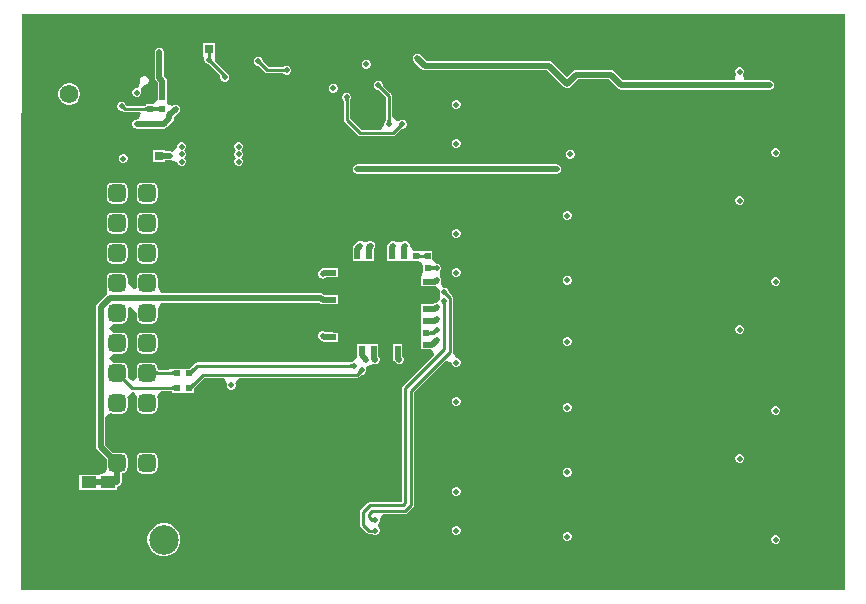
<source format=gbl>
G04*
G04 #@! TF.GenerationSoftware,Altium Limited,Altium Designer,24.3.1 (35)*
G04*
G04 Layer_Physical_Order=4*
G04 Layer_Color=16711680*
%FSLAX44Y44*%
%MOMM*%
G71*
G04*
G04 #@! TF.SameCoordinates,E54A5323-C3A8-4295-A2F1-912E9A9C0EE7*
G04*
G04*
G04 #@! TF.FilePolarity,Positive*
G04*
G01*
G75*
%ADD12C,0.2540*%
%ADD24R,0.7620X0.7620*%
%ADD25R,0.6000X0.5000*%
%ADD26R,0.5000X0.6000*%
%ADD31R,1.3000X1.0000*%
%ADD36R,0.7620X0.7620*%
%ADD100C,0.5080*%
%ADD101C,0.2286*%
G04:AMPARAMS|DCode=107|XSize=1.5mm|YSize=1.5mm|CornerRadius=0.375mm|HoleSize=0mm|Usage=FLASHONLY|Rotation=270.000|XOffset=0mm|YOffset=0mm|HoleType=Round|Shape=RoundedRectangle|*
%AMROUNDEDRECTD107*
21,1,1.5000,0.7500,0,0,270.0*
21,1,0.7500,1.5000,0,0,270.0*
1,1,0.7500,-0.3750,-0.3750*
1,1,0.7500,-0.3750,0.3750*
1,1,0.7500,0.3750,0.3750*
1,1,0.7500,0.3750,-0.3750*
%
%ADD107ROUNDEDRECTD107*%
G04:AMPARAMS|DCode=108|XSize=1.5748mm|YSize=1.5748mm|CornerRadius=0mm|HoleSize=0mm|Usage=FLASHONLY|Rotation=0.000|XOffset=0mm|YOffset=0mm|HoleType=Round|Shape=Octagon|*
%AMOCTAGOND108*
4,1,8,0.7874,-0.3937,0.7874,0.3937,0.3937,0.7874,-0.3937,0.7874,-0.7874,0.3937,-0.7874,-0.3937,-0.3937,-0.7874,0.3937,-0.7874,0.7874,-0.3937,0.0*
%
%ADD108OCTAGOND108*%

%ADD109C,1.5748*%
%ADD110C,3.0000*%
%ADD111C,2.5000*%
%ADD112C,5.0000*%
%ADD113C,0.5000*%
%ADD114C,0.5080*%
%ADD115C,0.4572*%
%ADD116R,4.9022X10.2870*%
G36*
X700238Y-25868D02*
X2072D01*
Y292772D01*
X3162Y461478D01*
X700238D01*
X700238Y-25868D01*
D02*
G37*
%LPC*%
G36*
X119380Y433145D02*
X119005Y433070D01*
X118622Y433070D01*
X118622Y433070D01*
X118269Y432924D01*
X117894Y432849D01*
X117893Y432849D01*
X117575Y432636D01*
X117222Y432490D01*
X116951Y432219D01*
X116633Y432007D01*
X116633Y432007D01*
X116420Y431689D01*
X116150Y431418D01*
X116004Y431065D01*
X115791Y430747D01*
X115791Y430747D01*
X115791Y430747D01*
X115716Y430371D01*
X115570Y430018D01*
X115570Y430018D01*
X115570Y429635D01*
X115495Y429260D01*
X115495Y429260D01*
X115495Y428815D01*
Y407670D01*
X115791Y406183D01*
X116633Y404923D01*
X118035Y403521D01*
Y391080D01*
X118150Y390504D01*
X118150Y389345D01*
X116035Y386120D01*
X113675Y385350D01*
X107990D01*
Y383832D01*
X107960Y383820D01*
X107772Y383770D01*
X107504Y383726D01*
X107162Y383696D01*
X106715Y383684D01*
X106592Y383630D01*
X91520D01*
X91400Y383762D01*
Y384290D01*
X90826Y385676D01*
X89766Y386736D01*
X88380Y387310D01*
X86880D01*
X85494Y386736D01*
X84434Y385676D01*
X83860Y384290D01*
Y382790D01*
X84434Y381404D01*
X85494Y380344D01*
X86880Y379770D01*
X87815D01*
X88316Y379330D01*
X88483Y379165D01*
X88516Y379151D01*
X88531Y379120D01*
X88784Y379030D01*
X89357Y378647D01*
X90348Y378450D01*
X103385D01*
X104334Y377265D01*
X101893Y372185D01*
X100330D01*
X99754Y372070D01*
X99580D01*
X99420Y372004D01*
X98843Y371889D01*
X98355Y371562D01*
X98195Y371496D01*
X98072Y371373D01*
X97583Y371047D01*
X97257Y370558D01*
X97134Y370436D01*
Y370435D01*
X97067Y370275D01*
X96741Y369787D01*
X96626Y369210D01*
X96560Y369050D01*
Y368876D01*
X96445Y368300D01*
X96560Y367724D01*
Y367550D01*
X96626Y367390D01*
X96741Y366813D01*
X97067Y366325D01*
X97134Y366165D01*
Y366164D01*
X97257Y366042D01*
X97583Y365553D01*
X98072Y365227D01*
X98195Y365104D01*
X98355Y365037D01*
X98843Y364711D01*
X99420Y364596D01*
X99580Y364530D01*
X99754D01*
X100330Y364415D01*
X123190D01*
X124677Y364711D01*
X125937Y365553D01*
X130774Y370390D01*
X131616Y371650D01*
X131912Y373137D01*
Y374068D01*
X136097Y378253D01*
X136309Y378571D01*
X136580Y378842D01*
Y378842D01*
X136726Y379195D01*
X136939Y379513D01*
X137014Y379889D01*
X137160Y380242D01*
X137160Y380242D01*
Y380625D01*
X137235Y381000D01*
X137160Y381375D01*
Y381758D01*
X137014Y382111D01*
X136939Y382487D01*
X136726Y382805D01*
X136580Y383158D01*
X136309Y383429D01*
X136097Y383747D01*
X136097D01*
X135779Y383959D01*
X135508Y384230D01*
X135508Y384230D01*
X135155Y384376D01*
X134837Y384589D01*
X134461Y384664D01*
X134108Y384810D01*
X133725D01*
X133350Y384885D01*
X132975Y384810D01*
X132592D01*
X132592Y384810D01*
X132592Y384810D01*
X132239Y384664D01*
X131863Y384589D01*
X131863Y384589D01*
X131545Y384376D01*
X131192Y384230D01*
X131192D01*
X130921Y383960D01*
X130770Y383858D01*
X127994Y384396D01*
X125690Y385350D01*
X125690Y390504D01*
X125805Y391080D01*
Y405130D01*
X125730Y405505D01*
Y405888D01*
X125584Y406241D01*
X125509Y406617D01*
X125296Y406935D01*
X125150Y407288D01*
X124880Y407559D01*
X124667Y407877D01*
X123265Y409279D01*
Y428807D01*
X123265Y429260D01*
X123265Y429260D01*
X123190Y429635D01*
X123190Y430018D01*
X123190Y430018D01*
X123044Y430371D01*
X122969Y430747D01*
X122969Y430747D01*
X122756Y431065D01*
X122610Y431418D01*
X122339Y431689D01*
X122127Y432007D01*
X122127Y432007D01*
X121809Y432219D01*
X121538Y432490D01*
X121185Y432636D01*
X120867Y432849D01*
X120866Y432849D01*
X120491Y432924D01*
X120138Y433070D01*
X120138Y433070D01*
X119755D01*
X119380Y433145D01*
D02*
G37*
G36*
X295390Y422870D02*
X293890D01*
X292505Y422296D01*
X291444Y421236D01*
X290870Y419850D01*
Y418350D01*
X291444Y416964D01*
X292505Y415904D01*
X293890Y415330D01*
X295390D01*
X296775Y415904D01*
X297836Y416964D01*
X298410Y418350D01*
Y419850D01*
X297836Y421236D01*
X296775Y422296D01*
X295390Y422870D01*
D02*
G37*
G36*
X203958Y425450D02*
X202442D01*
X201042Y424870D01*
X199970Y423798D01*
X199390Y422398D01*
Y420882D01*
X199970Y419482D01*
X201042Y418410D01*
X202442Y417830D01*
X203347D01*
X208989Y412189D01*
X209829Y411627D01*
X210820Y411430D01*
X224532D01*
X225172Y410790D01*
X226572Y410210D01*
X228088D01*
X229488Y410790D01*
X230560Y411862D01*
X231140Y413262D01*
Y414778D01*
X230560Y416178D01*
X229488Y417250D01*
X228088Y417830D01*
X226572D01*
X225172Y417250D01*
X224532Y416610D01*
X211893D01*
X207010Y421493D01*
Y422398D01*
X206430Y423798D01*
X205358Y424870D01*
X203958Y425450D01*
D02*
G37*
G36*
X166370Y436880D02*
X156210D01*
Y426720D01*
X156210Y426720D01*
X157480Y423668D01*
Y422152D01*
X158060Y420752D01*
X159132Y419680D01*
X160532Y419100D01*
X161437D01*
X171449Y409088D01*
X171256Y408622D01*
X171256Y408622D01*
Y407106D01*
X171836Y405706D01*
X172908Y404634D01*
X172908Y404634D01*
X174308Y404054D01*
X175824D01*
X177224Y404634D01*
X177224D01*
X178296Y405706D01*
X178876Y407106D01*
Y408622D01*
X178876Y408622D01*
X178296Y410022D01*
X177224Y411094D01*
X176430Y411423D01*
X176411Y411451D01*
X166222Y421640D01*
X166370Y426720D01*
X166370Y426720D01*
Y436880D01*
D02*
G37*
G36*
X107430Y408900D02*
X105930D01*
X104544Y408326D01*
X104544Y408326D01*
X103484Y407266D01*
X102910Y405880D01*
X102910Y404380D01*
X102910Y404380D01*
X103360Y403294D01*
X101993Y400511D01*
X100622Y398824D01*
X100141Y398740D01*
X100140Y398740D01*
X99581Y398740D01*
X99580Y398740D01*
X98195Y398166D01*
X97134Y397105D01*
X96560Y395720D01*
X96560Y395720D01*
X96560Y395073D01*
Y394220D01*
X97134Y392835D01*
X98195Y391774D01*
X99580Y391200D01*
X101080D01*
X102466Y391774D01*
X102466Y391774D01*
X103526Y392835D01*
X104100Y394220D01*
X104100Y395720D01*
X104100Y395720D01*
X103650Y396806D01*
X105017Y399589D01*
X106388Y401276D01*
X106869Y401360D01*
X106870Y401360D01*
X107429Y401360D01*
X107430Y401360D01*
X108815Y401934D01*
X109876Y402994D01*
X110450Y404380D01*
X110450Y404380D01*
X110450Y405027D01*
Y405880D01*
X109876Y407266D01*
X108815Y408326D01*
X107430Y408900D01*
D02*
G37*
G36*
X337820Y428065D02*
X337820Y428065D01*
X337445Y427990D01*
X337062D01*
X336709Y427844D01*
X336333Y427769D01*
X336015Y427556D01*
X335662Y427410D01*
X335662Y427410D01*
X335391Y427140D01*
X335073Y426927D01*
X335073Y426927D01*
X334861Y426609D01*
X334590Y426338D01*
X334590Y426338D01*
X334444Y425985D01*
X334231Y425667D01*
X334231Y425667D01*
X334156Y425291D01*
X334010Y424938D01*
Y424555D01*
X333935Y424180D01*
X334010Y423805D01*
Y423422D01*
X334010Y423422D01*
X334010Y423422D01*
X334156Y423069D01*
X334231Y422694D01*
X334231Y422693D01*
X334444Y422375D01*
X334590Y422022D01*
Y422022D01*
X334860Y421751D01*
X335073Y421433D01*
X335073Y421433D01*
X335388Y421118D01*
X341423Y415083D01*
X342683Y414241D01*
X344170Y413945D01*
X447971D01*
X462073Y399843D01*
X462391Y399631D01*
X462662Y399360D01*
X463015Y399214D01*
X463333Y399001D01*
X463709Y398926D01*
X464062Y398780D01*
X464445D01*
X464820Y398705D01*
X465195Y398780D01*
X465578D01*
X465931Y398926D01*
X466307Y399001D01*
X466625Y399214D01*
X466978Y399360D01*
X467249Y399631D01*
X467567Y399843D01*
X474049Y406325D01*
X500041D01*
X507793Y398573D01*
X509053Y397731D01*
X510540Y397435D01*
X635817D01*
X636270Y397435D01*
X636270Y397435D01*
X636645Y397510D01*
X637028Y397510D01*
X637028Y397510D01*
X637381Y397656D01*
X637757Y397731D01*
X637757Y397731D01*
X638075Y397944D01*
X638428Y398090D01*
X638428Y398090D01*
X638699Y398360D01*
X639017Y398573D01*
X639017Y398573D01*
X639229Y398891D01*
X639500Y399162D01*
X639646Y399515D01*
X639859Y399833D01*
X639859Y399834D01*
X639934Y400209D01*
X640080Y400562D01*
X640080Y400562D01*
X640080Y400945D01*
X640155Y401320D01*
X640155Y401320D01*
X640080Y401695D01*
X640080Y402078D01*
X639934Y402431D01*
X639859Y402806D01*
X639859Y402807D01*
X639646Y403125D01*
X639500Y403478D01*
X639229Y403749D01*
X639017Y404067D01*
X639017Y404067D01*
X638699Y404280D01*
X638428Y404550D01*
X638428Y404550D01*
X638075Y404696D01*
X637757Y404909D01*
X637381Y404984D01*
X637028Y405130D01*
X637028Y405130D01*
X636645Y405130D01*
X636270Y405205D01*
X636270Y405205D01*
X635825Y405205D01*
X615294D01*
X614439Y406829D01*
X613736Y410285D01*
X614066Y410615D01*
X614640Y412000D01*
Y413500D01*
X614066Y414885D01*
X613005Y415946D01*
X611620Y416520D01*
X610120D01*
X608735Y415946D01*
X607674Y414885D01*
X607100Y413500D01*
Y412000D01*
X607674Y410615D01*
X608004Y410285D01*
X607301Y406829D01*
X606446Y405205D01*
X512149D01*
X504397Y412957D01*
X503137Y413799D01*
X501650Y414095D01*
X472440D01*
X470953Y413799D01*
X469693Y412957D01*
X464820Y408084D01*
X452327Y420577D01*
X451067Y421419D01*
X449580Y421715D01*
X345779D01*
X340567Y426927D01*
X340249Y427140D01*
X339978Y427410D01*
X339978D01*
X339625Y427556D01*
X339307Y427769D01*
X339306Y427769D01*
X338931Y427844D01*
X338578Y427990D01*
X338577Y427990D01*
X338195Y427990D01*
X337837Y428061D01*
X337820Y428065D01*
D02*
G37*
G36*
X267450Y402550D02*
X265950D01*
X264564Y401976D01*
X263504Y400915D01*
X262930Y399530D01*
Y398030D01*
X263504Y396645D01*
X264564Y395584D01*
X265950Y395010D01*
X267450D01*
X268836Y395584D01*
X269896Y396645D01*
X270470Y398030D01*
Y399530D01*
X269896Y400915D01*
X268836Y401976D01*
X267450Y402550D01*
D02*
G37*
G36*
X44384Y402844D02*
X41976D01*
X39650Y402221D01*
X37566Y401017D01*
X35863Y399314D01*
X34659Y397229D01*
X34036Y394904D01*
Y392496D01*
X34659Y390171D01*
X35863Y388086D01*
X37566Y386383D01*
X39650Y385179D01*
X41976Y384556D01*
X44384D01*
X46709Y385179D01*
X48794Y386383D01*
X50497Y388086D01*
X51701Y390171D01*
X52324Y392496D01*
Y394904D01*
X51701Y397229D01*
X50497Y399314D01*
X48794Y401017D01*
X46709Y402221D01*
X44384Y402844D01*
D02*
G37*
G36*
X371590Y388580D02*
X370090D01*
X368704Y388006D01*
X367644Y386945D01*
X367070Y385560D01*
Y384060D01*
X367644Y382674D01*
X368704Y381614D01*
X370090Y381040D01*
X371590D01*
X372976Y381614D01*
X374036Y382674D01*
X374610Y384060D01*
Y385560D01*
X374036Y386945D01*
X372976Y388006D01*
X371590Y388580D01*
D02*
G37*
G36*
X305550Y405090D02*
X304050D01*
X302665Y404516D01*
X302665D01*
X302257Y404109D01*
X301604Y403456D01*
Y403456D01*
X301030Y402070D01*
Y400570D01*
X301576Y399252D01*
X301604Y399184D01*
X301604Y399184D01*
X302665Y398124D01*
X304050Y397550D01*
X304497D01*
X305675Y396885D01*
X305675Y396885D01*
X305807Y396834D01*
X311230Y391411D01*
X311230Y376882D01*
X311188Y373524D01*
X311188D01*
X311168Y371831D01*
X311167Y371829D01*
X310758Y370983D01*
X310494Y370435D01*
X309920Y369051D01*
X309920Y369050D01*
Y367819D01*
X309768Y367329D01*
X307137Y363512D01*
X306868Y363300D01*
X306667Y363140D01*
X290579Y363140D01*
X280590Y373129D01*
X280590Y382578D01*
X280650Y387414D01*
X280788Y387911D01*
X281326Y389025D01*
X281900Y390409D01*
X281900Y390410D01*
X281900Y390410D01*
X281900Y391910D01*
X281900Y391910D01*
X281900Y391910D01*
X281872Y391977D01*
X281326Y393296D01*
X280266Y394356D01*
X280266Y394356D01*
X278880Y394930D01*
X278880Y394930D01*
X278304Y394930D01*
X277380Y394930D01*
X277380Y394930D01*
X275994Y394356D01*
X274934Y393296D01*
X274388Y391977D01*
X274360Y391910D01*
X274360Y391910D01*
Y390410D01*
X274934Y389025D01*
X275481Y387878D01*
X275613Y387405D01*
X275613D01*
X275670Y387276D01*
Y382243D01*
Y372819D01*
X275670Y372110D01*
X275857Y371169D01*
X276390Y370370D01*
X276839Y369922D01*
X287372Y359389D01*
X287669Y359092D01*
X287820Y358940D01*
X287820Y358940D01*
X288619Y358407D01*
X289560Y358220D01*
X290194Y358220D01*
X305440D01*
X312132Y358220D01*
X315092D01*
X316866Y358220D01*
X316866D01*
X317500Y358220D01*
X318442Y358407D01*
X319240Y358940D01*
X319688Y359389D01*
Y359389D01*
X320942Y360643D01*
X324829Y364530D01*
X324989Y364530D01*
X325870D01*
X327256Y365104D01*
X328316Y366165D01*
X328890Y367550D01*
Y369050D01*
X328316Y370435D01*
X327256Y371496D01*
X325870Y372070D01*
X324370D01*
X322985Y371496D01*
X322153Y370665D01*
X320777Y370605D01*
X320669Y370634D01*
X320434Y370709D01*
X316276Y374104D01*
X316150Y374206D01*
Y377217D01*
Y391796D01*
X316150Y392430D01*
X315963Y393372D01*
X315430Y394170D01*
X314981Y394618D01*
X309286Y400313D01*
X309235Y400445D01*
X309235Y400445D01*
X308570Y401623D01*
Y402070D01*
X307996Y403456D01*
X306936Y404516D01*
X306936Y404516D01*
X306868Y404544D01*
X305550Y405090D01*
D02*
G37*
G36*
X371590Y355560D02*
X370090D01*
X368704Y354986D01*
X367644Y353926D01*
X367070Y352540D01*
Y351040D01*
X367644Y349654D01*
X368704Y348594D01*
X370090Y348020D01*
X371590D01*
X372976Y348594D01*
X374036Y349654D01*
X374610Y351040D01*
Y352540D01*
X374036Y353926D01*
X372976Y354986D01*
X371590Y355560D01*
D02*
G37*
G36*
X139180Y353020D02*
X137680D01*
X136294Y352446D01*
X135234Y351385D01*
X134660Y350000D01*
Y348831D01*
X132744Y346779D01*
X130736Y344975D01*
X130075Y345006D01*
X129757Y345219D01*
X129381Y345294D01*
X129028Y345440D01*
X128645D01*
X128270Y345515D01*
X124460D01*
Y346710D01*
X114300D01*
Y336550D01*
X124460D01*
Y337745D01*
X128270D01*
X128645Y337820D01*
X129028D01*
X129381Y337966D01*
X129757Y338041D01*
X134177Y336208D01*
X134660Y335800D01*
X135234Y334414D01*
X136294Y333354D01*
X137680Y332780D01*
X139180D01*
X140566Y333354D01*
X141626Y334414D01*
X142200Y335800D01*
Y337300D01*
X141626Y338685D01*
X140587Y339725D01*
X141626Y340765D01*
X142200Y342150D01*
Y343650D01*
X141626Y345036D01*
X140587Y346075D01*
X141626Y347114D01*
X142200Y348500D01*
Y350000D01*
X141626Y351385D01*
X140566Y352446D01*
X139180Y353020D01*
D02*
G37*
G36*
X642100Y347940D02*
X640600D01*
X639215Y347366D01*
X638154Y346306D01*
X637580Y344920D01*
Y343420D01*
X638154Y342034D01*
X639215Y340974D01*
X640600Y340400D01*
X642100D01*
X643485Y340974D01*
X644546Y342034D01*
X645120Y343420D01*
Y344920D01*
X644546Y346306D01*
X643485Y347366D01*
X642100Y347940D01*
D02*
G37*
G36*
X468118Y346710D02*
X466602D01*
X465202Y346130D01*
X464130Y345058D01*
X463550Y343658D01*
Y342142D01*
X464130Y340742D01*
X465202Y339670D01*
X466602Y339090D01*
X468118D01*
X469518Y339670D01*
X470590Y340742D01*
X471170Y342142D01*
Y343658D01*
X470590Y345058D01*
X469518Y346130D01*
X468118Y346710D01*
D02*
G37*
G36*
X89650Y342860D02*
X88150D01*
X86764Y342286D01*
X85704Y341226D01*
X85130Y339840D01*
Y338340D01*
X85704Y336954D01*
X86764Y335894D01*
X88150Y335320D01*
X89650D01*
X91035Y335894D01*
X92096Y336954D01*
X92670Y338340D01*
Y339840D01*
X92096Y341226D01*
X91035Y342286D01*
X89650Y342860D01*
D02*
G37*
G36*
X455930Y334085D02*
X455485Y334085D01*
X287020D01*
X286645Y334010D01*
X286262Y334010D01*
X286262Y334010D01*
X285909Y333864D01*
X285533Y333789D01*
X285533Y333789D01*
X285215Y333576D01*
X284862Y333430D01*
X284862Y333430D01*
X284591Y333159D01*
X284273Y332947D01*
X284061Y332629D01*
X283790Y332358D01*
X283644Y332005D01*
X283431Y331687D01*
X283356Y331311D01*
X283210Y330958D01*
X283210Y330958D01*
X283210Y330575D01*
X283135Y330200D01*
X283210Y329825D01*
X283210Y329442D01*
X283210Y329442D01*
X283356Y329089D01*
X283431Y328713D01*
X283644Y328395D01*
X283790Y328042D01*
X284061Y327771D01*
X284273Y327453D01*
X284591Y327241D01*
X284862Y326970D01*
X284862Y326970D01*
X284862Y326970D01*
X285215Y326824D01*
X285533Y326611D01*
X285533Y326611D01*
X285909Y326536D01*
X286262Y326390D01*
X286262Y326390D01*
X286645Y326390D01*
X287020Y326315D01*
X455477D01*
X455930Y326315D01*
X455930Y326315D01*
X456305Y326390D01*
X456688Y326390D01*
X456688Y326390D01*
X457041Y326536D01*
X457417Y326611D01*
X457417Y326611D01*
X457735Y326824D01*
X458088Y326970D01*
X458088Y326970D01*
X458359Y327240D01*
X458677Y327453D01*
X458677Y327453D01*
X458889Y327771D01*
X459160Y328042D01*
X459306Y328395D01*
X459519Y328713D01*
X459519Y328714D01*
X459594Y329089D01*
X459740Y329442D01*
X459740Y329442D01*
X459740Y329825D01*
X459815Y330200D01*
X459740Y330575D01*
X459740Y330958D01*
X459740Y330958D01*
X459594Y331311D01*
X459519Y331686D01*
X459519Y331687D01*
X459306Y332005D01*
X459160Y332358D01*
X458889Y332629D01*
X458677Y332947D01*
X458677Y332947D01*
X458359Y333159D01*
X458088Y333430D01*
X458088Y333430D01*
X458088Y333430D01*
X457735Y333576D01*
X457417Y333789D01*
X457417Y333789D01*
X457041Y333864D01*
X456688Y334010D01*
X456688Y334010D01*
X456305Y334010D01*
X455930Y334085D01*
X455930Y334085D01*
D02*
G37*
G36*
X187440Y353020D02*
X185940D01*
X184555Y352446D01*
X183494Y351385D01*
X182920Y350000D01*
Y348500D01*
X183494Y347114D01*
X184533Y346075D01*
X183494Y345036D01*
X182920Y343650D01*
Y342150D01*
X183494Y340765D01*
X184533Y339725D01*
X183494Y338685D01*
X182920Y337300D01*
Y335800D01*
X183494Y334414D01*
X184555Y333354D01*
X185940Y332780D01*
X187440D01*
X188825Y333354D01*
X189886Y334414D01*
X190460Y335800D01*
Y337300D01*
X189886Y338685D01*
X188847Y339725D01*
X189886Y340765D01*
X190460Y342150D01*
Y343650D01*
X189886Y345036D01*
X188847Y346075D01*
X189886Y347114D01*
X190460Y348500D01*
Y350000D01*
X189886Y351385D01*
X188825Y352446D01*
X187440Y353020D01*
D02*
G37*
G36*
X112970Y318748D02*
X105470D01*
X103511Y318359D01*
X101851Y317249D01*
X100741Y315589D01*
X100352Y313630D01*
Y306130D01*
X100741Y304171D01*
X101851Y302511D01*
X103511Y301401D01*
X105470Y301012D01*
X112970D01*
X114929Y301401D01*
X116589Y302511D01*
X117699Y304171D01*
X118088Y306130D01*
Y313630D01*
X117699Y315589D01*
X116589Y317249D01*
X114929Y318359D01*
X112970Y318748D01*
D02*
G37*
G36*
X87570D02*
X80070D01*
X78111Y318359D01*
X76451Y317249D01*
X75341Y315589D01*
X74952Y313630D01*
Y306130D01*
X75341Y304171D01*
X76451Y302511D01*
X78111Y301401D01*
X80070Y301012D01*
X87570D01*
X89529Y301401D01*
X91189Y302511D01*
X92299Y304171D01*
X92688Y306130D01*
Y313630D01*
X92299Y315589D01*
X91189Y317249D01*
X89529Y318359D01*
X87570Y318748D01*
D02*
G37*
G36*
X611620Y307300D02*
X610120D01*
X608735Y306726D01*
X607674Y305665D01*
X607100Y304280D01*
Y302780D01*
X607674Y301395D01*
X608735Y300334D01*
X610120Y299760D01*
X611620D01*
X613005Y300334D01*
X614066Y301395D01*
X614640Y302780D01*
Y304280D01*
X614066Y305665D01*
X613005Y306726D01*
X611620Y307300D01*
D02*
G37*
G36*
X465578Y294640D02*
X464062D01*
X462662Y294060D01*
X461590Y292988D01*
X461010Y291588D01*
Y290072D01*
X461590Y288672D01*
X462662Y287600D01*
X464062Y287020D01*
X465578D01*
X466978Y287600D01*
X468050Y288672D01*
X468630Y290072D01*
Y291588D01*
X468050Y292988D01*
X466978Y294060D01*
X465578Y294640D01*
D02*
G37*
G36*
X112970Y293348D02*
X105470D01*
X103511Y292959D01*
X101851Y291849D01*
X100741Y290189D01*
X100352Y288230D01*
Y280730D01*
X100741Y278771D01*
X101851Y277111D01*
X103511Y276001D01*
X105470Y275612D01*
X112970D01*
X114929Y276001D01*
X116589Y277111D01*
X117699Y278771D01*
X118088Y280730D01*
Y288230D01*
X117699Y290189D01*
X116589Y291849D01*
X114929Y292959D01*
X112970Y293348D01*
D02*
G37*
G36*
X87570D02*
X80070D01*
X78111Y292959D01*
X76451Y291849D01*
X75341Y290189D01*
X74952Y288230D01*
Y280730D01*
X75341Y278771D01*
X76451Y277111D01*
X78111Y276001D01*
X80070Y275612D01*
X87570D01*
X89529Y276001D01*
X91189Y277111D01*
X92299Y278771D01*
X92688Y280730D01*
Y288230D01*
X92299Y290189D01*
X91189Y291849D01*
X89529Y292959D01*
X87570Y293348D01*
D02*
G37*
G36*
X371590Y279360D02*
X370090D01*
X368704Y278786D01*
X367644Y277726D01*
X367070Y276340D01*
Y274840D01*
X367644Y273454D01*
X368704Y272394D01*
X370090Y271820D01*
X371590D01*
X372976Y272394D01*
X374036Y273454D01*
X374610Y274840D01*
Y276340D01*
X374036Y277726D01*
X372976Y278786D01*
X371590Y279360D01*
D02*
G37*
G36*
X298450Y269315D02*
X297873Y269200D01*
X297700D01*
X297700Y269200D01*
X297540Y269134D01*
X297271Y269080D01*
X296851Y269004D01*
X294829Y268729D01*
X294005Y268668D01*
X293181Y268729D01*
X291159Y269004D01*
X290739Y269080D01*
X290470Y269133D01*
X290310Y269200D01*
X290310Y269200D01*
X290136Y269200D01*
X289560Y269315D01*
X288984Y269200D01*
X288810D01*
X288810Y269200D01*
X288650Y269134D01*
X288073Y269019D01*
X287585Y268692D01*
X287425Y268626D01*
X287302Y268503D01*
X286813Y268177D01*
X284313Y265677D01*
X283471Y264417D01*
X283175Y262930D01*
Y257239D01*
X283175Y256661D01*
X283135Y256460D01*
X283250Y252190D01*
X285726D01*
X285726Y252190D01*
X292100Y252190D01*
X295870Y252190D01*
X300950D01*
Y255884D01*
X301065Y256460D01*
Y262551D01*
X301197Y262683D01*
X301197Y262683D01*
X301523Y263172D01*
X301646Y263294D01*
X301646Y263295D01*
X301712Y263455D01*
X302039Y263943D01*
Y263944D01*
X302154Y264520D01*
X302220Y264680D01*
X302220Y264680D01*
Y264854D01*
X302335Y265430D01*
X302220Y266006D01*
Y266180D01*
X302154Y266340D01*
X302039Y266917D01*
X302039Y266917D01*
X301712Y267405D01*
X301646Y267565D01*
X301523Y267688D01*
X301197Y268177D01*
X301197Y268177D01*
X300708Y268503D01*
X300586Y268626D01*
X300586Y268626D01*
X300425Y268692D01*
X299937Y269019D01*
X299360Y269134D01*
X299200Y269200D01*
X299026D01*
X298450Y269315D01*
X298450Y269315D01*
X298450Y269315D01*
D02*
G37*
G36*
X317500D02*
X317500Y269315D01*
X316924Y269200D01*
X316750D01*
X316590Y269134D01*
X316014Y269019D01*
X316013Y269019D01*
X315525Y268692D01*
X315364Y268626D01*
X315242Y268503D01*
X314753Y268177D01*
X313483Y266907D01*
X313483Y266907D01*
X313477Y266897D01*
X312641Y265647D01*
X312345Y264160D01*
Y256460D01*
X312460Y255884D01*
Y252190D01*
X321310Y252190D01*
X325080Y252190D01*
X330160Y252190D01*
X335240Y252190D01*
X338465D01*
X340825Y251420D01*
X342940Y248195D01*
X342940Y247110D01*
X342940Y243034D01*
X341090Y238720D01*
X341090Y237876D01*
Y231180D01*
X344784D01*
X345360Y231065D01*
X353060D01*
X353640Y231181D01*
X354535Y230486D01*
X356012Y228813D01*
X357016Y227067D01*
X356910Y226810D01*
X356910Y226810D01*
X356910Y226356D01*
Y225310D01*
X357484Y223925D01*
Y220576D01*
X357484Y220575D01*
X356813Y219117D01*
X354350Y217259D01*
X353580Y217130D01*
X353580Y217130D01*
X353420Y217064D01*
X352843Y216949D01*
X352355Y216623D01*
X352195Y216556D01*
X352072Y216433D01*
X351583Y216107D01*
X351451Y215975D01*
X345360D01*
X344784Y215860D01*
X341090D01*
Y208320D01*
X341090D01*
X341090Y205700D01*
X341090Y205700D01*
Y198160D01*
X341090D01*
X341090Y195540D01*
X341090Y195540D01*
Y188000D01*
X341090Y188000D01*
Y185380D01*
X341090D01*
X341090Y182920D01*
Y177840D01*
X344784D01*
X345360Y177725D01*
X349759D01*
X351097Y175916D01*
X352072Y172855D01*
X325829Y146611D01*
X325267Y145771D01*
X325070Y144780D01*
Y48897D01*
X324483Y48310D01*
X297616D01*
X296625Y48113D01*
X295784Y47551D01*
X290269Y42035D01*
X289707Y41195D01*
X289510Y40204D01*
Y29210D01*
X289707Y28219D01*
X290269Y27379D01*
X295349Y22299D01*
X296189Y21737D01*
X297180Y21540D01*
X299462D01*
X300102Y20900D01*
X301502Y20320D01*
X303018D01*
X304418Y20900D01*
X305490Y21972D01*
X306070Y23372D01*
Y24888D01*
X305490Y26288D01*
X304790Y28575D01*
X305490Y30862D01*
X306070Y32262D01*
Y33778D01*
X309102Y37845D01*
X309380Y38050D01*
X327660D01*
X328651Y38247D01*
X329491Y38809D01*
X334571Y43889D01*
X335133Y44729D01*
X335330Y45720D01*
Y141167D01*
X362377Y168214D01*
X362908Y168090D01*
X367070Y165723D01*
Y165620D01*
X367644Y164235D01*
X368704Y163174D01*
X370090Y162600D01*
X371590D01*
X372976Y163174D01*
X374036Y164235D01*
X374610Y165620D01*
Y167120D01*
X374036Y168505D01*
X372976Y169566D01*
X371590Y170140D01*
X371309D01*
X370783Y170606D01*
X370050Y171626D01*
X368755Y173574D01*
X368265Y174833D01*
X368350Y175260D01*
Y220980D01*
X368153Y221971D01*
X367591Y222811D01*
X365214Y225189D01*
X365168Y225310D01*
X364844Y225660D01*
X364747Y225778D01*
X364666Y225891D01*
X364607Y225982D01*
X364570Y226050D01*
X364554Y226087D01*
X364552Y226121D01*
X364541Y226142D01*
X364537Y226164D01*
X364513Y226201D01*
X364450Y226329D01*
Y226810D01*
X363876Y228195D01*
X362816Y229256D01*
X361430Y229830D01*
X360618Y229830D01*
X359046Y231447D01*
X357800Y233845D01*
X357699Y234405D01*
X357919Y234733D01*
Y234734D01*
X358034Y235310D01*
X358100Y235470D01*
X358100Y235470D01*
Y235644D01*
X358215Y236220D01*
X358100Y236796D01*
Y236970D01*
X358034Y237130D01*
X357919Y237706D01*
Y237707D01*
X357919Y237707D01*
X357593Y238195D01*
X357526Y238356D01*
X357224Y239377D01*
X357108Y239961D01*
X357201Y242944D01*
X357236Y243112D01*
X357523Y244233D01*
X357548Y244297D01*
X358100Y245630D01*
Y247130D01*
X357526Y248515D01*
X356465Y249576D01*
X355080Y250150D01*
X354715D01*
X352957Y250997D01*
X350480Y254364D01*
X350480Y255810D01*
Y260730D01*
X342940D01*
Y260730D01*
X340320Y260730D01*
X340320Y260730D01*
X335211D01*
X333527Y262096D01*
X333372Y262270D01*
X331516Y265287D01*
X331545Y265430D01*
X331545Y265430D01*
X331430Y266006D01*
Y266180D01*
X331364Y266340D01*
X331249Y266917D01*
X331249Y266917D01*
X330923Y267405D01*
X330856Y267565D01*
X330733Y267688D01*
X330407Y268177D01*
X330407Y268177D01*
X329918Y268503D01*
X329796Y268626D01*
X329796Y268626D01*
X329795Y268626D01*
X329635Y268692D01*
X329147Y269019D01*
X329147Y269019D01*
X328570Y269134D01*
X328410Y269200D01*
X328236D01*
X327660Y269315D01*
X327660Y269315D01*
X327084Y269200D01*
X326910D01*
X326910Y269200D01*
X326750Y269134D01*
X326174Y269019D01*
X326173D01*
X325685Y268692D01*
X325577Y268648D01*
X325577D01*
X325512Y268623D01*
X324138Y268251D01*
X323764Y268177D01*
X322044D01*
X320995Y268327D01*
X320058Y268533D01*
X318987Y269019D01*
X318410Y269134D01*
X318250Y269200D01*
X318076D01*
X317500Y269315D01*
X317500Y269315D01*
D02*
G37*
G36*
X112970Y267948D02*
X105470D01*
X103511Y267559D01*
X101851Y266449D01*
X100741Y264789D01*
X100352Y262830D01*
Y255330D01*
X100741Y253371D01*
X101851Y251711D01*
X103511Y250601D01*
X105470Y250212D01*
X112970D01*
X114929Y250601D01*
X116589Y251711D01*
X117699Y253371D01*
X118088Y255330D01*
Y262830D01*
X117699Y264789D01*
X116589Y266449D01*
X114929Y267559D01*
X112970Y267948D01*
D02*
G37*
G36*
X87570D02*
X80070D01*
X78111Y267559D01*
X76451Y266449D01*
X75341Y264789D01*
X74952Y262830D01*
Y255330D01*
X75341Y253371D01*
X76451Y251711D01*
X78111Y250601D01*
X80070Y250212D01*
X87570D01*
X89529Y250601D01*
X91189Y251711D01*
X92299Y253371D01*
X92688Y255330D01*
Y262830D01*
X92299Y264789D01*
X91189Y266449D01*
X89529Y267559D01*
X87570Y267948D01*
D02*
G37*
G36*
X371590Y246340D02*
X370090D01*
X368704Y245766D01*
X367644Y244706D01*
X367070Y243320D01*
Y241820D01*
X367644Y240434D01*
X368704Y239374D01*
X370090Y238800D01*
X371590D01*
X372976Y239374D01*
X374036Y240434D01*
X374610Y241820D01*
Y243320D01*
X374036Y244706D01*
X372976Y245766D01*
X371590Y246340D01*
D02*
G37*
G36*
X266780Y246455D02*
X266579Y246415D01*
X266001Y246415D01*
X259040D01*
X257553Y246119D01*
X256293Y245277D01*
X255384Y244367D01*
X255063Y244047D01*
X255063Y244047D01*
X254737Y243558D01*
X254614Y243436D01*
X254614Y243435D01*
X254548Y243275D01*
X254221Y242787D01*
Y242786D01*
X254106Y242210D01*
X254040Y242050D01*
Y241876D01*
X253925Y241300D01*
X254040Y240724D01*
Y240550D01*
X254106Y240390D01*
X254221Y239813D01*
X254221Y239813D01*
X254548Y239325D01*
X254614Y239165D01*
X254737Y239042D01*
X255063Y238553D01*
X255063Y238553D01*
X255552Y238227D01*
X255674Y238104D01*
X255835Y238037D01*
X256323Y237711D01*
X256900Y237596D01*
X257060Y237530D01*
X257234D01*
X257810Y237415D01*
X257810Y237415D01*
X257810Y237415D01*
X258386Y237530D01*
X258560D01*
X258560Y237530D01*
X258720Y237596D01*
X259296Y237711D01*
X259297Y237711D01*
X259785Y238037D01*
X259946Y238104D01*
X260068Y238227D01*
X260557Y238553D01*
X260649Y238645D01*
X266740D01*
X267518Y238800D01*
X271012D01*
Y238800D01*
X271050D01*
X271050Y243864D01*
X271050Y246340D01*
X266780Y246455D01*
D02*
G37*
G36*
X465578Y240030D02*
X464062D01*
X462662Y239450D01*
X461590Y238378D01*
X461010Y236978D01*
Y235462D01*
X461590Y234062D01*
X462662Y232990D01*
X464062Y232410D01*
X465578D01*
X466978Y232990D01*
X468050Y234062D01*
X468630Y235462D01*
Y236978D01*
X468050Y238378D01*
X466978Y239450D01*
X465578Y240030D01*
D02*
G37*
G36*
X642100Y238720D02*
X640600D01*
X639215Y238146D01*
X638154Y237085D01*
X637580Y235700D01*
Y234200D01*
X638154Y232815D01*
X639215Y231754D01*
X640600Y231180D01*
X642100D01*
X643485Y231754D01*
X644546Y232815D01*
X645120Y234200D01*
Y235700D01*
X644546Y237085D01*
X643485Y238146D01*
X642100Y238720D01*
D02*
G37*
G36*
X112970Y242548D02*
X105470D01*
X103511Y242159D01*
X101851Y241049D01*
X100741Y239389D01*
X100352Y237430D01*
Y229930D01*
X99560Y228668D01*
X99473Y228603D01*
X97219D01*
X92688Y233319D01*
Y237430D01*
X92299Y239389D01*
X91189Y241049D01*
X89529Y242159D01*
X87570Y242548D01*
X80070D01*
X78111Y242159D01*
X76451Y241049D01*
X75341Y239389D01*
X74952Y237430D01*
Y229930D01*
X75341Y227971D01*
X74789Y224181D01*
X73410Y222414D01*
X67103Y216107D01*
X66261Y214847D01*
X65965Y213360D01*
Y95250D01*
X66261Y93763D01*
X67103Y92503D01*
X74952Y84655D01*
Y77530D01*
X75156Y76500D01*
X73365Y73112D01*
X72998Y72656D01*
X68430Y71420D01*
X67460D01*
Y71420D01*
X51920D01*
Y58880D01*
X67460D01*
Y58880D01*
X68430D01*
Y58880D01*
X83970D01*
Y61295D01*
X85307Y61561D01*
X86567Y62403D01*
X87409Y63663D01*
X87705Y65150D01*
Y72439D01*
X89529Y72801D01*
X91189Y73911D01*
X92299Y75571D01*
X92688Y77530D01*
Y85030D01*
X92299Y86989D01*
X91189Y88649D01*
X89529Y89759D01*
X87570Y90148D01*
X80445D01*
X73735Y96859D01*
Y120416D01*
X76958Y122761D01*
X78815Y123461D01*
X80070Y123212D01*
X87570D01*
X89529Y123601D01*
X91189Y124711D01*
X92299Y126371D01*
X92688Y128330D01*
Y135552D01*
X92688Y135830D01*
X92688Y135830D01*
X92444Y137060D01*
X93495Y138569D01*
X97524Y141199D01*
X97681Y141180D01*
X100551Y136834D01*
X100352Y135830D01*
Y128330D01*
X100741Y126371D01*
X101851Y124711D01*
X103511Y123601D01*
X105470Y123212D01*
X112970D01*
X114929Y123601D01*
X116589Y124711D01*
X117699Y126371D01*
X118088Y128330D01*
Y135830D01*
X117834Y137110D01*
X118434Y138810D01*
X120867Y142190D01*
X129034D01*
X129156Y142136D01*
X129599Y142125D01*
X129941Y142096D01*
X130209Y142054D01*
X130398Y142006D01*
X130430Y141994D01*
Y141010D01*
X131730Y140936D01*
X131764Y140950D01*
X131883Y140944D01*
X132002Y141010D01*
X138970Y141010D01*
X144050Y141010D01*
X148970Y141010D01*
X149014Y143657D01*
X148970Y143763D01*
X148970Y144526D01*
X149032Y144634D01*
X149252Y144947D01*
X149979Y145802D01*
X150454Y146294D01*
X150505Y146422D01*
X157703Y153620D01*
X174068D01*
X175324Y151910D01*
X176721Y148540D01*
X176530Y148078D01*
Y146562D01*
X177110Y145162D01*
X178182Y144090D01*
X179582Y143510D01*
X181098D01*
X182498Y144090D01*
X183570Y145162D01*
X184150Y146562D01*
Y148078D01*
X183958Y148540D01*
X185356Y151910D01*
X186612Y153620D01*
X287020D01*
X288011Y153817D01*
X288851Y154379D01*
X289959Y155486D01*
X290080Y155532D01*
X290430Y155856D01*
X290548Y155953D01*
X290660Y156034D01*
X290752Y156093D01*
X290820Y156130D01*
X290858Y156146D01*
X290891Y156148D01*
X290912Y156159D01*
X290935Y156163D01*
X290971Y156187D01*
X291099Y156250D01*
X291580D01*
X292966Y156824D01*
X294026Y157885D01*
X294600Y159270D01*
Y160232D01*
X294601Y160321D01*
X294670Y160861D01*
X294709Y161095D01*
X295436Y163263D01*
X295585Y163563D01*
X300773Y165321D01*
X300773Y165321D01*
X300774Y165321D01*
X301350Y165206D01*
X301510Y165140D01*
X301510Y165140D01*
X301684D01*
X301684Y165140D01*
X301684Y165140D01*
X302260Y165025D01*
X302260Y165025D01*
X302836Y165140D01*
X303010D01*
X303170Y165206D01*
X303747Y165321D01*
X303747Y165321D01*
X304235Y165648D01*
X304396Y165714D01*
X304518Y165837D01*
X305007Y166163D01*
X305007Y166163D01*
X305333Y166652D01*
X305456Y166774D01*
X305456Y166774D01*
X305522Y166935D01*
X305849Y167423D01*
X305849Y167423D01*
X305964Y168000D01*
X306030Y168160D01*
Y168334D01*
X306145Y168910D01*
X306145Y168910D01*
X306030Y169487D01*
Y169660D01*
X305964Y169820D01*
X305849Y170396D01*
X305849Y170397D01*
X305522Y170885D01*
X305456Y171045D01*
X305456Y171046D01*
X305333Y171168D01*
X305007Y171657D01*
X305007Y171657D01*
X304875Y171789D01*
Y177880D01*
X304760Y178456D01*
Y182150D01*
X297220D01*
X297220Y182150D01*
X294600Y182150D01*
Y182150D01*
X289537D01*
Y182150D01*
X287060Y182150D01*
X286945Y177880D01*
X286985Y177679D01*
X286985Y177101D01*
Y172680D01*
X287062Y172293D01*
X286624Y171171D01*
X284881Y168765D01*
X283730Y167600D01*
X282344Y167026D01*
X282004Y166686D01*
X281870Y166640D01*
X281827Y166631D01*
X281808Y166618D01*
X281785Y166611D01*
X281760Y166589D01*
X281722Y166574D01*
X281648Y166552D01*
X281542Y166528D01*
X281421Y166509D01*
X281030Y166479D01*
X280802Y166474D01*
X280677Y166420D01*
X151550D01*
X150559Y166223D01*
X149719Y165661D01*
X146855Y162798D01*
X146734Y162753D01*
X145765Y161853D01*
X145392Y161555D01*
X145066Y161328D01*
X144930Y161250D01*
X144256D01*
X144077Y161324D01*
X140430Y161250D01*
X135510Y161250D01*
X135350Y161250D01*
X132002D01*
X131883Y161316D01*
X131764Y161310D01*
X131730Y161324D01*
X130430Y161250D01*
X125431Y160070D01*
X119420D01*
X119297Y160124D01*
X118851Y160136D01*
X118508Y160166D01*
X118240Y160210D01*
X118088Y160250D01*
Y161230D01*
X117699Y163189D01*
X116589Y164849D01*
X114929Y165959D01*
X112970Y166348D01*
X105470D01*
X103511Y165959D01*
X101851Y164849D01*
X100741Y163189D01*
X100352Y161230D01*
Y153730D01*
X97282Y151041D01*
X95526Y151174D01*
X92688Y154331D01*
Y161230D01*
X92299Y163189D01*
X91189Y164849D01*
X89529Y165959D01*
X87570Y166348D01*
X80070D01*
X76642Y170180D01*
X77327Y170946D01*
X81359Y174012D01*
X87570D01*
X89529Y174401D01*
X91189Y175511D01*
X92299Y177171D01*
X92688Y179130D01*
Y186630D01*
X92299Y188589D01*
X91189Y190249D01*
X89529Y191359D01*
X87570Y191748D01*
X80070D01*
X76642Y195580D01*
X77327Y196346D01*
X81359Y199412D01*
X87570D01*
X89529Y199801D01*
X91189Y200911D01*
X92299Y202571D01*
X92688Y204530D01*
Y212030D01*
X93480Y213292D01*
X93567Y213357D01*
X95821D01*
X100352Y208641D01*
Y204530D01*
X100741Y202571D01*
X101851Y200911D01*
X103511Y199801D01*
X105470Y199412D01*
X112970D01*
X114929Y199801D01*
X116589Y200911D01*
X117699Y202571D01*
X118088Y204530D01*
Y212030D01*
X120832Y216402D01*
X121733Y217095D01*
X254931D01*
X255063Y216963D01*
X255552Y216637D01*
X255674Y216514D01*
X255835Y216448D01*
X256323Y216121D01*
X256900Y216006D01*
X257060Y215940D01*
X257234D01*
X257810Y215825D01*
X266017D01*
X266780Y215825D01*
X266780Y215825D01*
X271050Y215940D01*
Y217781D01*
X271050Y217781D01*
Y223480D01*
X267356D01*
X266780Y223595D01*
X259419D01*
X259287Y223727D01*
X258027Y224569D01*
X256540Y224865D01*
X121733D01*
X120832Y225558D01*
X118088Y229930D01*
Y237430D01*
X117699Y239389D01*
X116589Y241049D01*
X114929Y242159D01*
X112970Y242548D01*
D02*
G37*
G36*
X611620Y198080D02*
X610120D01*
X608735Y197506D01*
X607674Y196446D01*
X607100Y195060D01*
Y193560D01*
X607674Y192174D01*
X608735Y191114D01*
X610120Y190540D01*
X611620D01*
X613005Y191114D01*
X614066Y192174D01*
X614640Y193560D01*
Y195060D01*
X614066Y196446D01*
X613005Y197506D01*
X611620Y198080D01*
D02*
G37*
G36*
X257810Y193115D02*
X257810Y193115D01*
X257234Y193000D01*
X257060D01*
X256900Y192934D01*
X256323Y192819D01*
X256323Y192819D01*
X255835Y192493D01*
X255674Y192426D01*
X255674Y192426D01*
X255552Y192303D01*
X255063Y191977D01*
X255063Y191977D01*
X254737Y191488D01*
X254614Y191366D01*
X254614Y191366D01*
X254548Y191205D01*
X254221Y190717D01*
X254221Y190717D01*
X254106Y190140D01*
X254040Y189980D01*
Y189806D01*
X253925Y189230D01*
X253925Y189230D01*
X254040Y188654D01*
Y188480D01*
X254040Y188480D01*
X254040Y188480D01*
X254106Y188320D01*
X254221Y187744D01*
X254221Y187743D01*
X254548Y187255D01*
X254614Y187095D01*
X254614Y187094D01*
X254737Y186972D01*
X255063Y186483D01*
X255063Y186483D01*
X256293Y185253D01*
X256293Y185253D01*
X256357Y185210D01*
X257553Y184411D01*
X259040Y184115D01*
X266001D01*
X266579Y184115D01*
X266780Y184075D01*
X271050Y184190D01*
Y186666D01*
X271050Y186666D01*
Y191730D01*
X267518D01*
X266740Y191885D01*
X260649D01*
X260557Y191977D01*
X260557Y191977D01*
X260068Y192303D01*
X259946Y192426D01*
X259945D01*
X259785Y192493D01*
X259297Y192819D01*
X259296D01*
X258720Y192934D01*
X258560Y193000D01*
X258559Y193000D01*
X258386Y193000D01*
X257832Y193110D01*
X257810Y193115D01*
D02*
G37*
G36*
X320016Y182150D02*
X317540Y182150D01*
X317425Y177880D01*
X317465Y177679D01*
X317465Y177101D01*
Y170140D01*
X317761Y168653D01*
X318603Y167393D01*
X319513Y166484D01*
X319833Y166163D01*
X319833Y166163D01*
X320322Y165837D01*
X320444Y165714D01*
X320445D01*
X320605Y165648D01*
X321093Y165321D01*
X321094D01*
X321670Y165206D01*
X321830Y165140D01*
X321830Y165140D01*
X322004D01*
X322580Y165025D01*
X323156Y165140D01*
X323330D01*
X323490Y165206D01*
X324067Y165321D01*
X324067Y165321D01*
X324555Y165648D01*
X324716Y165714D01*
X324716Y165714D01*
X324838Y165837D01*
X325327Y166163D01*
X325653Y166652D01*
X325776Y166774D01*
X325776Y166774D01*
X325843Y166935D01*
X326169Y167423D01*
X326284Y168000D01*
X326350Y168160D01*
Y168334D01*
X326465Y168910D01*
X326465Y168910D01*
X326350Y169487D01*
Y169660D01*
X326350Y169660D01*
X326350Y169660D01*
X326284Y169820D01*
X326169Y170396D01*
X326169Y170397D01*
X325843Y170885D01*
X325776Y171045D01*
Y171046D01*
X325653Y171168D01*
X325327Y171657D01*
X325235Y171749D01*
Y177840D01*
X325080Y178617D01*
Y182112D01*
X325080D01*
Y182150D01*
X320016Y182150D01*
D02*
G37*
G36*
X465578Y187960D02*
X464062D01*
X462662Y187380D01*
X461590Y186308D01*
X461010Y184908D01*
Y183392D01*
X461590Y181992D01*
X462662Y180920D01*
X464062Y180340D01*
X465578D01*
X466978Y180920D01*
X468050Y181992D01*
X468630Y183392D01*
Y184908D01*
X468050Y186308D01*
X466978Y187380D01*
X465578Y187960D01*
D02*
G37*
G36*
X112970Y191748D02*
X105470D01*
X103511Y191359D01*
X101851Y190249D01*
X100741Y188589D01*
X100352Y186630D01*
Y179130D01*
X100741Y177171D01*
X101851Y175511D01*
X103511Y174401D01*
X105470Y174012D01*
X112970D01*
X114929Y174401D01*
X116589Y175511D01*
X117699Y177171D01*
X118088Y179130D01*
Y186630D01*
X117699Y188589D01*
X116589Y190249D01*
X114929Y191359D01*
X112970Y191748D01*
D02*
G37*
G36*
X371590Y137120D02*
X370090D01*
X368704Y136546D01*
X367644Y135485D01*
X367070Y134100D01*
Y132600D01*
X367644Y131215D01*
X368704Y130154D01*
X370090Y129580D01*
X371590D01*
X372976Y130154D01*
X374036Y131215D01*
X374610Y132600D01*
Y134100D01*
X374036Y135485D01*
X372976Y136546D01*
X371590Y137120D01*
D02*
G37*
G36*
X465578Y132080D02*
X464062D01*
X462662Y131500D01*
X461590Y130428D01*
X461010Y129028D01*
Y127512D01*
X461590Y126112D01*
X462662Y125040D01*
X464062Y124460D01*
X465578D01*
X466978Y125040D01*
X468050Y126112D01*
X468630Y127512D01*
Y129028D01*
X468050Y130428D01*
X466978Y131500D01*
X465578Y132080D01*
D02*
G37*
G36*
X642100Y129500D02*
X640600D01*
X639215Y128926D01*
X638154Y127865D01*
X637580Y126480D01*
Y124980D01*
X638154Y123595D01*
X639215Y122534D01*
X640600Y121960D01*
X642100D01*
X643485Y122534D01*
X644546Y123595D01*
X645120Y124980D01*
Y126480D01*
X644546Y127865D01*
X643485Y128926D01*
X642100Y129500D01*
D02*
G37*
G36*
X611620Y88860D02*
X610120D01*
X608735Y88286D01*
X607674Y87226D01*
X607100Y85840D01*
Y84340D01*
X607674Y82955D01*
X608735Y81894D01*
X610120Y81320D01*
X611620D01*
X613005Y81894D01*
X614066Y82955D01*
X614640Y84340D01*
Y85840D01*
X614066Y87226D01*
X613005Y88286D01*
X611620Y88860D01*
D02*
G37*
G36*
X112970Y90148D02*
X105470D01*
X103511Y89759D01*
X101851Y88649D01*
X100741Y86989D01*
X100352Y85030D01*
Y77530D01*
X100741Y75571D01*
X101851Y73911D01*
X103511Y72801D01*
X105470Y72412D01*
X112970D01*
X114929Y72801D01*
X116589Y73911D01*
X117699Y75571D01*
X118088Y77530D01*
Y85030D01*
X117699Y86989D01*
X116589Y88649D01*
X114929Y89759D01*
X112970Y90148D01*
D02*
G37*
G36*
X465578Y77470D02*
X464062D01*
X462662Y76890D01*
X461590Y75818D01*
X461010Y74418D01*
Y72902D01*
X461590Y71502D01*
X462662Y70430D01*
X464062Y69850D01*
X465578D01*
X466978Y70430D01*
X468050Y71502D01*
X468630Y72902D01*
Y74418D01*
X468050Y75818D01*
X466978Y76890D01*
X465578Y77470D01*
D02*
G37*
G36*
X371590Y60920D02*
X370090D01*
X368704Y60346D01*
X367644Y59285D01*
X367070Y57900D01*
Y56400D01*
X367644Y55015D01*
X368704Y53954D01*
X370090Y53380D01*
X371590D01*
X372976Y53954D01*
X374036Y55015D01*
X374610Y56400D01*
Y57900D01*
X374036Y59285D01*
X372976Y60346D01*
X371590Y60920D01*
D02*
G37*
G36*
Y27900D02*
X370090D01*
X368704Y27326D01*
X367644Y26265D01*
X367070Y24880D01*
Y23380D01*
X367644Y21995D01*
X368704Y20934D01*
X370090Y20360D01*
X371590D01*
X372976Y20934D01*
X374036Y21995D01*
X374610Y23380D01*
Y24880D01*
X374036Y26265D01*
X372976Y27326D01*
X371590Y27900D01*
D02*
G37*
G36*
X465578Y22860D02*
X464062D01*
X462662Y22280D01*
X461590Y21208D01*
X461010Y19808D01*
Y18292D01*
X461590Y16892D01*
X462662Y15820D01*
X464062Y15240D01*
X465578D01*
X466978Y15820D01*
X468050Y16892D01*
X468630Y18292D01*
Y19808D01*
X468050Y21208D01*
X466978Y22280D01*
X465578Y22860D01*
D02*
G37*
G36*
X642100Y20280D02*
X640600D01*
X639215Y19706D01*
X638154Y18645D01*
X637580Y17260D01*
Y15760D01*
X638154Y14375D01*
X639215Y13314D01*
X640600Y12740D01*
X642100D01*
X643485Y13314D01*
X644546Y14375D01*
X645120Y15760D01*
Y17260D01*
X644546Y18645D01*
X643485Y19706D01*
X642100Y20280D01*
D02*
G37*
G36*
X125003Y30280D02*
X121377D01*
X117875Y29342D01*
X114735Y27529D01*
X112171Y24965D01*
X110358Y21825D01*
X109420Y18323D01*
Y14697D01*
X110358Y11195D01*
X112171Y8055D01*
X114735Y5491D01*
X117875Y3678D01*
X121377Y2740D01*
X125003D01*
X128505Y3678D01*
X131645Y5491D01*
X134209Y8055D01*
X136022Y11195D01*
X136960Y14697D01*
Y18323D01*
X136022Y21825D01*
X134209Y24965D01*
X131645Y27529D01*
X128505Y29342D01*
X125003Y30280D01*
D02*
G37*
%LPD*%
G36*
X90116Y383177D02*
X90145Y383125D01*
X90195Y383054D01*
X90267Y382965D01*
X90612Y382584D01*
X91151Y382033D01*
X89450Y380142D01*
X89254Y380336D01*
X88439Y381051D01*
X88363Y381096D01*
X88304Y381119D01*
X88263Y381121D01*
X90108Y383210D01*
X90116Y383177D01*
D02*
G37*
G36*
X119481Y378540D02*
X119455Y378781D01*
X119378Y378997D01*
X119250Y379188D01*
X119070Y379353D01*
X118838Y379492D01*
X118556Y379607D01*
X118222Y379696D01*
X117836Y379759D01*
X117399Y379797D01*
X116910Y379810D01*
Y382350D01*
X117399Y382363D01*
X117836Y382401D01*
X118222Y382464D01*
X118556Y382553D01*
X118838Y382668D01*
X119070Y382807D01*
X119250Y382972D01*
X119378Y383163D01*
X119455Y383379D01*
X119481Y383620D01*
Y378540D01*
D02*
G37*
G36*
X114225Y383379D02*
X114302Y383163D01*
X114430Y382972D01*
X114610Y382807D01*
X114842Y382668D01*
X115124Y382553D01*
X115458Y382464D01*
X115844Y382401D01*
X116281Y382363D01*
X116770Y382350D01*
Y379810D01*
X116281Y379797D01*
X115844Y379759D01*
X115458Y379696D01*
X115124Y379607D01*
X114842Y379492D01*
X114610Y379353D01*
X114430Y379188D01*
X114302Y378997D01*
X114225Y378781D01*
X114199Y378540D01*
Y383620D01*
X114225Y383379D01*
D02*
G37*
G36*
X109321Y378500D02*
X109295Y378741D01*
X109218Y378957D01*
X109090Y379148D01*
X108910Y379313D01*
X108678Y379453D01*
X108396Y379567D01*
X108061Y379656D01*
X107676Y379719D01*
X107239Y379757D01*
X106750Y379770D01*
Y382310D01*
X107239Y382323D01*
X107676Y382361D01*
X108061Y382424D01*
X108396Y382513D01*
X108678Y382627D01*
X108910Y382767D01*
X109090Y382932D01*
X109218Y383123D01*
X109295Y383339D01*
X109321Y383580D01*
Y378500D01*
D02*
G37*
G36*
X307308Y401124D02*
X307335Y400951D01*
X307381Y400776D01*
X307446Y400599D01*
X307531Y400420D01*
X307635Y400239D01*
X307757Y400056D01*
X307899Y399871D01*
X308061Y399684D01*
X308241Y399495D01*
X306625Y397879D01*
X306436Y398059D01*
X306064Y398363D01*
X305881Y398485D01*
X305700Y398589D01*
X305521Y398674D01*
X305344Y398739D01*
X305169Y398785D01*
X304996Y398812D01*
X304825Y398820D01*
X307300Y401295D01*
X307308Y401124D01*
D02*
G37*
G36*
X279765Y389248D02*
X279662Y389107D01*
X279570Y388950D01*
X279492Y388779D01*
X279425Y388593D01*
X279370Y388391D01*
X279328Y388175D01*
X279297Y387944D01*
X279279Y387698D01*
X279273Y387437D01*
X276987D01*
X276981Y387698D01*
X276932Y388175D01*
X276890Y388391D01*
X276835Y388593D01*
X276768Y388779D01*
X276690Y388950D01*
X276598Y389107D01*
X276495Y389248D01*
X276380Y389375D01*
X279880D01*
X279765Y389248D01*
D02*
G37*
G36*
X314839Y371762D02*
X314888Y371285D01*
X314930Y371069D01*
X314985Y370867D01*
X315051Y370681D01*
X315130Y370510D01*
X315222Y370353D01*
X315325Y370212D01*
X315440Y370085D01*
X311940D01*
X312055Y370212D01*
X312159Y370353D01*
X312250Y370510D01*
X312328Y370681D01*
X312395Y370867D01*
X312450Y371069D01*
X312492Y371285D01*
X312523Y371516D01*
X312541Y371762D01*
X312547Y372023D01*
X314833D01*
X314839Y371762D01*
D02*
G37*
G36*
X344271Y253920D02*
X344245Y254161D01*
X344168Y254377D01*
X344040Y254568D01*
X343860Y254733D01*
X343628Y254872D01*
X343346Y254987D01*
X343012Y255076D01*
X342626Y255139D01*
X342189Y255177D01*
X341701Y255190D01*
Y257730D01*
X342189Y257743D01*
X342626Y257781D01*
X343012Y257844D01*
X343346Y257933D01*
X343628Y258048D01*
X343860Y258187D01*
X344040Y258352D01*
X344168Y258543D01*
X344245Y258759D01*
X344271Y259000D01*
Y253920D01*
D02*
G37*
G36*
X339015Y258759D02*
X339092Y258543D01*
X339220Y258352D01*
X339400Y258187D01*
X339632Y258048D01*
X339914Y257933D01*
X340249Y257844D01*
X340634Y257781D01*
X341071Y257743D01*
X341559Y257730D01*
Y255190D01*
X341071Y255177D01*
X340634Y255139D01*
X340249Y255076D01*
X339914Y254987D01*
X339632Y254872D01*
X339400Y254733D01*
X339220Y254568D01*
X339092Y254377D01*
X339015Y254161D01*
X338989Y253920D01*
Y259000D01*
X339015Y258759D01*
D02*
G37*
G36*
X349175Y248719D02*
X349252Y248503D01*
X349380Y248312D01*
X349560Y248147D01*
X349792Y248008D01*
X350074Y247893D01*
X350409Y247804D01*
X350794Y247741D01*
X351158Y247709D01*
X351456Y247732D01*
X351671Y247765D01*
X351868Y247807D01*
X352046Y247859D01*
X352205Y247920D01*
X352346Y247990D01*
X352469Y248069D01*
X352573Y248158D01*
X352517Y244659D01*
X352414Y244752D01*
X352293Y244836D01*
X352153Y244909D01*
X351995Y244973D01*
X351818Y245027D01*
X351622Y245071D01*
X351408Y245106D01*
X351175Y245130D01*
X351158Y245131D01*
X350794Y245099D01*
X350409Y245036D01*
X350074Y244947D01*
X349792Y244832D01*
X349560Y244693D01*
X349380Y244528D01*
X349252Y244337D01*
X349175Y244121D01*
X349149Y243880D01*
Y248960D01*
X349175Y248719D01*
D02*
G37*
G36*
X363189Y225897D02*
X363217Y225753D01*
X363265Y225603D01*
X363334Y225447D01*
X363422Y225284D01*
X363530Y225115D01*
X363658Y224939D01*
X363806Y224757D01*
X364161Y224375D01*
X362365Y222579D01*
X362171Y222766D01*
X361801Y223082D01*
X361625Y223210D01*
X361456Y223318D01*
X361293Y223406D01*
X361137Y223475D01*
X360987Y223523D01*
X360843Y223552D01*
X360705Y223560D01*
X363180Y226035D01*
X363189Y225897D01*
D02*
G37*
G36*
X362339Y216551D02*
X362257Y216429D01*
X362185Y216289D01*
X362123Y216130D01*
X362070Y215952D01*
X362027Y215756D01*
X361993Y215542D01*
X361969Y215309D01*
X361950Y214787D01*
X359410D01*
X359405Y215057D01*
X359367Y215542D01*
X359333Y215756D01*
X359290Y215952D01*
X359237Y216130D01*
X359175Y216289D01*
X359103Y216429D01*
X359021Y216551D01*
X358930Y216655D01*
X362430D01*
X362339Y216551D01*
D02*
G37*
G36*
X353835Y191859D02*
X353694Y191876D01*
X353548Y191870D01*
X353396Y191841D01*
X353237Y191790D01*
X353073Y191716D01*
X352902Y191620D01*
X352726Y191501D01*
X352543Y191360D01*
X352354Y191196D01*
X352160Y191009D01*
X350770Y193211D01*
X350961Y193407D01*
X351427Y193939D01*
X351546Y194099D01*
X351730Y194389D01*
X351795Y194521D01*
X351841Y194643D01*
X351870Y194756D01*
X353835Y191859D01*
D02*
G37*
G36*
X348355Y194012D02*
X348431Y193808D01*
X348558Y193628D01*
X348736Y193472D01*
X348965Y193340D01*
X349244Y193232D01*
X349574Y193148D01*
X349955Y193088D01*
X350387Y193052D01*
X350869Y193040D01*
Y190500D01*
X350387Y190488D01*
X349955Y190452D01*
X349574Y190392D01*
X349244Y190308D01*
X348965Y190200D01*
X348736Y190068D01*
X348558Y189912D01*
X348431Y189732D01*
X348355Y189528D01*
X348330Y189300D01*
Y194240D01*
X348355Y194012D01*
D02*
G37*
G36*
X282695Y162080D02*
X282591Y162171D01*
X282469Y162253D01*
X282329Y162325D01*
X282170Y162387D01*
X281992Y162440D01*
X281796Y162483D01*
X281582Y162517D01*
X281349Y162541D01*
X280827Y162560D01*
Y165100D01*
X281097Y165105D01*
X281582Y165143D01*
X281796Y165177D01*
X281992Y165220D01*
X282170Y165273D01*
X282329Y165335D01*
X282469Y165407D01*
X282591Y165489D01*
X282695Y165580D01*
Y162080D01*
D02*
G37*
G36*
X149466Y159950D02*
X148963Y159429D01*
X148172Y158495D01*
X147885Y158082D01*
X147669Y157704D01*
X147526Y157363D01*
X147454Y157058D01*
Y156789D01*
X147526Y156555D01*
X147669Y156357D01*
X144077Y159950D01*
X144275Y159806D01*
X144508Y159734D01*
X144778D01*
X145083Y159806D01*
X145424Y159950D01*
X145802Y160165D01*
X146215Y160452D01*
X146664Y160812D01*
X147669Y161746D01*
X149466Y159950D01*
D02*
G37*
G36*
X290805Y157520D02*
X290667Y157512D01*
X290523Y157483D01*
X290373Y157435D01*
X290217Y157366D01*
X290054Y157278D01*
X289885Y157170D01*
X289709Y157042D01*
X289527Y156894D01*
X289145Y156539D01*
X287349Y158335D01*
X287536Y158529D01*
X287852Y158899D01*
X287980Y159075D01*
X288088Y159244D01*
X288176Y159407D01*
X288245Y159563D01*
X288293Y159713D01*
X288321Y159857D01*
X288330Y159995D01*
X290805Y157520D01*
D02*
G37*
G36*
X131730Y155010D02*
X131705Y155238D01*
X131629Y155442D01*
X131502Y155622D01*
X131324Y155778D01*
X131095Y155910D01*
X130816Y156018D01*
X130486Y156102D01*
X130105Y156162D01*
X129673Y156198D01*
X129190Y156210D01*
Y158750D01*
X129673Y158762D01*
X130105Y158798D01*
X130486Y158858D01*
X130816Y158942D01*
X131095Y159050D01*
X131324Y159182D01*
X131502Y159338D01*
X131629Y159518D01*
X131705Y159722D01*
X131730Y159950D01*
Y155010D01*
D02*
G37*
G36*
X116717Y159779D02*
X116794Y159563D01*
X116923Y159372D01*
X117102Y159207D01*
X117334Y159067D01*
X117617Y158953D01*
X117951Y158864D01*
X118336Y158801D01*
X118773Y158763D01*
X119262Y158750D01*
Y156210D01*
X118773Y156197D01*
X118336Y156159D01*
X117951Y156096D01*
X117617Y156007D01*
X117334Y155892D01*
X117102Y155753D01*
X116923Y155588D01*
X116794Y155397D01*
X116717Y155181D01*
X116691Y154940D01*
Y160020D01*
X116717Y159779D01*
D02*
G37*
G36*
X91128Y153401D02*
X91048Y153180D01*
X91033Y152930D01*
X91083Y152650D01*
X91197Y152342D01*
X91376Y152003D01*
X91620Y151636D01*
X91928Y151239D01*
X92301Y150813D01*
X92739Y150357D01*
X90943Y148561D01*
X90487Y148999D01*
X89664Y149680D01*
X89297Y149924D01*
X88958Y150103D01*
X88650Y150217D01*
X88370Y150267D01*
X88120Y150252D01*
X87899Y150172D01*
X87707Y150027D01*
X91273Y153593D01*
X91128Y153401D01*
D02*
G37*
G36*
X149466Y147249D02*
X148960Y146726D01*
X148163Y145788D01*
X147873Y145374D01*
X147654Y144997D01*
X147508Y144656D01*
X147433Y144352D01*
X147430Y144084D01*
X147498Y143852D01*
X147639Y143657D01*
X144077Y147219D01*
X144272Y147078D01*
X144504Y147010D01*
X144771Y147013D01*
X145076Y147087D01*
X145417Y147234D01*
X145794Y147453D01*
X146208Y147743D01*
X146659Y148105D01*
X147669Y149045D01*
X149466Y147249D01*
D02*
G37*
G36*
X131730Y142310D02*
X131705Y142538D01*
X131629Y142742D01*
X131502Y142922D01*
X131324Y143078D01*
X131096Y143210D01*
X130816Y143318D01*
X130486Y143402D01*
X130105Y143462D01*
X129673Y143498D01*
X129191Y143510D01*
Y146050D01*
X129673Y146062D01*
X130105Y146098D01*
X130486Y146158D01*
X130816Y146242D01*
X131096Y146350D01*
X131324Y146482D01*
X131502Y146638D01*
X131629Y146818D01*
X131705Y147022D01*
X131730Y147249D01*
Y142310D01*
D02*
G37*
D12*
X210820Y414020D02*
X227330D01*
X203200Y421640D02*
X210820Y414020D01*
X161290Y422910D02*
Y431800D01*
X174580Y408350D02*
Y409620D01*
Y408350D02*
X175066Y407864D01*
X161290Y422910D02*
X174580Y409620D01*
X292100Y29210D02*
Y40204D01*
Y29210D02*
X297180Y24130D01*
X302260D01*
X299720Y33020D02*
X302260D01*
X297180Y35560D02*
X299720Y33020D01*
X297180Y35560D02*
Y38100D01*
X292100Y40204D02*
X297616Y45720D01*
X297180Y38100D02*
X299720Y40640D01*
X297616Y45720D02*
X325556D01*
X299720Y40640D02*
X327660D01*
X325556Y45720D02*
X327660Y47824D01*
Y40640D02*
X332740Y45720D01*
Y142240D01*
X59690Y41910D02*
Y49150D01*
X76200Y41910D02*
Y49150D01*
X87848Y383540D02*
X90348Y381040D01*
X111720D01*
X87630Y383540D02*
X87848D01*
X327660Y144780D02*
X360680Y177800D01*
X327660Y47824D02*
Y144780D01*
X360680Y226060D02*
X365760Y220980D01*
Y175260D02*
Y220980D01*
X332740Y142240D02*
X365760Y175260D01*
X360680Y177800D02*
Y218440D01*
X145200Y144780D02*
X156630Y156210D01*
X287020D02*
X290830Y160020D01*
X156630Y156210D02*
X287020D01*
X144700Y144780D02*
X145200D01*
X151550Y163830D02*
X284480D01*
X145200Y157480D02*
X151550Y163830D01*
X83820Y157480D02*
X96520Y144780D01*
X134700D01*
X109220Y157480D02*
X109220Y157480D01*
X134700D01*
X111760Y381080D02*
X121920D01*
X111720Y381040D02*
X111760Y381080D01*
X336550Y256460D02*
X346710D01*
X346750Y246420D02*
X354290D01*
X354330Y246380D01*
X346710Y246460D02*
X346750Y246420D01*
X345360Y191770D02*
X351124D01*
X353664Y194310D01*
X354330D01*
D24*
X104140Y341630D02*
D03*
X119380D02*
D03*
D25*
X345360Y201930D02*
D03*
X335360D02*
D03*
X345360Y181610D02*
D03*
X335360D02*
D03*
X345360Y212090D02*
D03*
X335360D02*
D03*
X345360Y234950D02*
D03*
X335360D02*
D03*
X134700Y157480D02*
D03*
X144700D02*
D03*
X345360Y191770D02*
D03*
X335360D02*
D03*
X134700Y144780D02*
D03*
X144700D02*
D03*
X276780Y219710D02*
D03*
X266780D02*
D03*
X276780Y187960D02*
D03*
X266780D02*
D03*
X276780Y242570D02*
D03*
X266780D02*
D03*
D26*
X316230Y256460D02*
D03*
Y246460D02*
D03*
X300990Y177880D02*
D03*
Y187880D02*
D03*
X326390Y256460D02*
D03*
Y246460D02*
D03*
X321310Y177880D02*
D03*
Y187880D02*
D03*
X297180Y256460D02*
D03*
Y246460D02*
D03*
X287020Y256460D02*
D03*
Y246460D02*
D03*
X336550Y246460D02*
D03*
Y256460D02*
D03*
X290830Y177880D02*
D03*
Y187880D02*
D03*
X346710Y246460D02*
D03*
Y256460D02*
D03*
X111760Y381080D02*
D03*
Y391080D02*
D03*
X121920Y391080D02*
D03*
Y381080D02*
D03*
D31*
X59690Y65150D02*
D03*
Y49150D02*
D03*
X76200D02*
D03*
Y65150D02*
D03*
D36*
X161290Y431800D02*
D03*
Y447040D02*
D03*
D100*
X83820Y65150D02*
Y81280D01*
X76200Y65150D02*
X83820D01*
X59690D02*
X76200D01*
X344170Y417830D02*
X449580D01*
X337820Y424180D02*
X344170Y417830D01*
X119380Y341630D02*
X128270D01*
X97790D02*
X104140D01*
X128027Y373137D02*
Y375677D01*
X123190Y368300D02*
X128027Y373137D01*
Y375677D02*
X133350Y381000D01*
X472440Y410210D02*
X501650D01*
X506730Y405130D01*
X464820Y402590D02*
X472440Y410210D01*
X510540Y401320D02*
X636270D01*
X506730Y405130D02*
X510540Y401320D01*
X287020Y330200D02*
X455930D01*
X119380Y407670D02*
Y429260D01*
Y407670D02*
X121920Y405130D01*
X121920Y405130D01*
Y391080D02*
Y405130D01*
X449580Y417830D02*
X464820Y402590D01*
X77470Y220980D02*
X256540D01*
X69850Y95250D02*
Y213360D01*
X77470Y220980D01*
X326390Y264160D02*
X327660Y265430D01*
X326390Y256460D02*
Y264160D01*
X69850Y95250D02*
X83820Y81280D01*
X256540Y220980D02*
X257810Y219710D01*
X321350Y170140D02*
X322580Y168910D01*
X321350Y170140D02*
Y177840D01*
X321310Y177880D02*
X321350Y177840D01*
X266780Y219710D02*
X266780Y219710D01*
X257810Y219710D02*
X266780D01*
X100330Y368300D02*
X123190D01*
X345360Y234950D02*
X353060D01*
X354330Y236220D01*
X350520Y181610D02*
X354330Y185420D01*
X345360Y181610D02*
X350520D01*
X259040Y188000D02*
X266740D01*
X257810Y189230D02*
X259040Y188000D01*
X266740D02*
X266780Y187960D01*
X259040Y242530D02*
X266740D01*
X257810Y241300D02*
X259040Y242530D01*
X266740D02*
X266780Y242570D01*
X297180Y256460D02*
Y264160D01*
X298450Y265430D01*
X287060Y256500D02*
Y262930D01*
X289560Y265430D01*
X287020Y256460D02*
X287060Y256500D01*
X316230Y256460D02*
Y264160D01*
X317500Y265430D01*
X345360Y212090D02*
X353060D01*
X354330Y213360D01*
X353060Y201930D02*
X354330Y203200D01*
X345360Y201930D02*
X353060D01*
X300990Y170180D02*
Y177880D01*
Y170180D02*
X302260Y168910D01*
X290830Y177880D02*
X290870Y177840D01*
Y172680D02*
Y177840D01*
Y172680D02*
X294640Y168910D01*
D101*
X317500Y360680D02*
X325120Y368300D01*
X278130Y372110D02*
X289560Y360680D01*
X317500D01*
X278130Y372110D02*
Y391160D01*
X304800Y401320D02*
X313690Y392430D01*
Y368300D02*
Y392430D01*
D107*
X109220Y81280D02*
D03*
X83820D02*
D03*
X109220Y132080D02*
D03*
X83820D02*
D03*
X109220Y233680D02*
D03*
Y284480D02*
D03*
Y309880D02*
D03*
Y259080D02*
D03*
X83820D02*
D03*
Y309880D02*
D03*
Y284480D02*
D03*
Y233680D02*
D03*
Y208280D02*
D03*
X109220D02*
D03*
Y182880D02*
D03*
X83820D02*
D03*
Y157480D02*
D03*
X109220D02*
D03*
X83820Y106680D02*
D03*
X109220D02*
D03*
D108*
X17780Y393700D02*
D03*
D109*
X43180D02*
D03*
D110*
X486410Y440690D02*
D03*
X387350D02*
D03*
X361950Y-8890D02*
D03*
X461010D02*
D03*
X402590Y311150D02*
D03*
X410210Y200660D02*
D03*
X405130Y93980D02*
D03*
X527050Y318770D02*
D03*
Y208280D02*
D03*
Y99060D02*
D03*
X577850D02*
D03*
Y208280D02*
D03*
Y318770D02*
D03*
D111*
X123190Y16510D02*
D03*
X98190Y-8490D02*
D03*
X148190D02*
D03*
Y41510D02*
D03*
X98190D02*
D03*
D112*
X572770Y1270D02*
D03*
Y434340D02*
D03*
X29210D02*
D03*
Y1270D02*
D03*
D113*
X114046Y403860D02*
D03*
X601370Y146050D02*
D03*
X601040Y255270D02*
D03*
X600710Y363220D02*
D03*
X601370Y36830D02*
D03*
X683260Y388620D02*
D03*
X689610D02*
D03*
X695960D02*
D03*
X683260Y373380D02*
D03*
X689610D02*
D03*
X695960D02*
D03*
X676910D02*
D03*
X670560D02*
D03*
X676910Y388620D02*
D03*
X670560D02*
D03*
X684530Y279400D02*
D03*
X690880D02*
D03*
X697230D02*
D03*
X684530Y264160D02*
D03*
X690880D02*
D03*
X697230D02*
D03*
X678180D02*
D03*
X671830D02*
D03*
X678180Y279400D02*
D03*
X671830D02*
D03*
X683260Y170180D02*
D03*
X689610D02*
D03*
X695960D02*
D03*
X683260Y154940D02*
D03*
X689610D02*
D03*
X695960D02*
D03*
X676910D02*
D03*
X670560D02*
D03*
X676910Y170180D02*
D03*
X670560D02*
D03*
X668020Y60960D02*
D03*
X674370D02*
D03*
X668020Y45720D02*
D03*
X674370D02*
D03*
X693420D02*
D03*
X687070D02*
D03*
X680720D02*
D03*
X693420Y60960D02*
D03*
X687070D02*
D03*
X680720D02*
D03*
X628650Y283210D02*
D03*
X370840Y275590D02*
D03*
X87630Y383540D02*
D03*
X500380Y24130D02*
D03*
Y133350D02*
D03*
Y242570D02*
D03*
Y351790D02*
D03*
X284480Y163830D02*
D03*
X327660Y265430D02*
D03*
X641350Y125730D02*
D03*
X610870Y412750D02*
D03*
X600710Y346710D02*
D03*
X360680Y218440D02*
D03*
Y226060D02*
D03*
X186690Y336550D02*
D03*
Y342900D02*
D03*
Y349250D02*
D03*
X138430Y336550D02*
D03*
Y342900D02*
D03*
Y349250D02*
D03*
X304800Y401320D02*
D03*
X100330Y394970D02*
D03*
X396240Y341630D02*
D03*
Y394970D02*
D03*
Y285750D02*
D03*
Y232410D02*
D03*
Y176530D02*
D03*
Y123190D02*
D03*
Y67310D02*
D03*
Y13970D02*
D03*
X406400Y24130D02*
D03*
Y57150D02*
D03*
Y133350D02*
D03*
Y166370D02*
D03*
Y242570D02*
D03*
Y275590D02*
D03*
Y351790D02*
D03*
Y384810D02*
D03*
X66040Y331470D02*
D03*
X48260Y326390D02*
D03*
X30480D02*
D03*
X12700D02*
D03*
X88900Y339090D02*
D03*
X111760Y424180D02*
D03*
X294640Y393700D02*
D03*
Y387350D02*
D03*
Y373380D02*
D03*
Y379730D02*
D03*
X242570Y388620D02*
D03*
Y374650D02*
D03*
Y360680D02*
D03*
X251460Y350520D02*
D03*
Y419100D02*
D03*
Y398780D02*
D03*
X320040Y425450D02*
D03*
X330200Y416560D02*
D03*
X326390Y358140D02*
D03*
X294640Y419100D02*
D03*
X266700Y398780D02*
D03*
X278130Y391160D02*
D03*
X313690Y368300D02*
D03*
X325120D02*
D03*
X290830Y160020D02*
D03*
X322580Y168910D02*
D03*
X257810Y219710D02*
D03*
X370840Y24130D02*
D03*
Y57150D02*
D03*
Y133350D02*
D03*
Y166370D02*
D03*
X370840Y351790D02*
D03*
Y384810D02*
D03*
X370840Y242570D02*
D03*
X435610Y16510D02*
D03*
X581660Y63500D02*
D03*
X563880D02*
D03*
X548640D02*
D03*
X530860D02*
D03*
X515620D02*
D03*
X497840D02*
D03*
Y31750D02*
D03*
X515620D02*
D03*
X523240Y24130D02*
D03*
X530860Y31750D02*
D03*
X548640D02*
D03*
X556260Y24130D02*
D03*
X563880Y31750D02*
D03*
X581660D02*
D03*
X589280Y24130D02*
D03*
X600710Y19050D02*
D03*
X628650Y64770D02*
D03*
X415290Y170180D02*
D03*
X435610Y125730D02*
D03*
X497840Y140970D02*
D03*
Y172720D02*
D03*
X515620D02*
D03*
X530860D02*
D03*
X548640D02*
D03*
X581660D02*
D03*
X563880D02*
D03*
X515620Y140970D02*
D03*
X523240Y133350D02*
D03*
X530860Y140970D02*
D03*
X548640D02*
D03*
X556260Y133350D02*
D03*
X563880Y140970D02*
D03*
X581660D02*
D03*
X589280Y133350D02*
D03*
X600710Y128270D02*
D03*
X628650Y173990D02*
D03*
X610870Y194310D02*
D03*
X641350Y16510D02*
D03*
X610870Y85090D02*
D03*
X435610Y344170D02*
D03*
X435610Y234950D02*
D03*
X581660Y391160D02*
D03*
X563880D02*
D03*
X548640D02*
D03*
X530860D02*
D03*
X515620D02*
D03*
X497840D02*
D03*
Y359410D02*
D03*
X515620D02*
D03*
X523240Y351790D02*
D03*
X530860Y359410D02*
D03*
X548640D02*
D03*
X556260Y351790D02*
D03*
X563880Y359410D02*
D03*
X581660D02*
D03*
X589280Y351790D02*
D03*
X628650Y392430D02*
D03*
X600710Y237490D02*
D03*
X589280Y242570D02*
D03*
X581660Y250190D02*
D03*
X556260Y242570D02*
D03*
X563880Y250190D02*
D03*
X548640D02*
D03*
X581660Y281940D02*
D03*
X563880D02*
D03*
X548640D02*
D03*
X515620D02*
D03*
X530860D02*
D03*
X523240Y242570D02*
D03*
X530860Y250190D02*
D03*
X515620D02*
D03*
X497840D02*
D03*
Y281940D02*
D03*
X641350Y344170D02*
D03*
Y234950D02*
D03*
X610870Y303530D02*
D03*
X100330Y368300D02*
D03*
X354330Y246380D02*
D03*
Y236220D02*
D03*
Y194310D02*
D03*
X325120Y198120D02*
D03*
X318770D02*
D03*
X312420D02*
D03*
X306070D02*
D03*
X299720D02*
D03*
X293370D02*
D03*
X287020D02*
D03*
X325120Y236220D02*
D03*
X318770D02*
D03*
X312420D02*
D03*
X306070D02*
D03*
X299720D02*
D03*
X293370D02*
D03*
X287020D02*
D03*
Y229870D02*
D03*
Y223520D02*
D03*
Y217170D02*
D03*
Y210820D02*
D03*
Y204470D02*
D03*
X293370D02*
D03*
X299720D02*
D03*
X293370Y210820D02*
D03*
Y217170D02*
D03*
Y223520D02*
D03*
Y229870D02*
D03*
X299720D02*
D03*
Y217170D02*
D03*
Y210820D02*
D03*
Y223520D02*
D03*
X306070Y229870D02*
D03*
X312420D02*
D03*
X318770D02*
D03*
X325120D02*
D03*
Y223520D02*
D03*
X312420D02*
D03*
X306070D02*
D03*
X318770D02*
D03*
Y210820D02*
D03*
X306070D02*
D03*
Y204470D02*
D03*
X312420D02*
D03*
Y210820D02*
D03*
X318770Y204470D02*
D03*
X325120D02*
D03*
Y210820D02*
D03*
Y217170D02*
D03*
X318770D02*
D03*
X312420D02*
D03*
X306070D02*
D03*
X257810Y241300D02*
D03*
X289560Y265430D02*
D03*
X298450D02*
D03*
X317500D02*
D03*
X354330Y213360D02*
D03*
Y203200D02*
D03*
Y185420D02*
D03*
X302260Y168910D02*
D03*
X294640D02*
D03*
X257810Y189230D02*
D03*
D114*
X59690Y279400D02*
D03*
X25400Y88900D02*
D03*
X54610Y115570D02*
D03*
X17780Y105410D02*
D03*
X25400Y179070D02*
D03*
Y205740D02*
D03*
X55880Y217170D02*
D03*
X34290Y218440D02*
D03*
X29210Y241300D02*
D03*
X243840Y-2540D02*
D03*
X228600D02*
D03*
X218440Y5080D02*
D03*
X203200D02*
D03*
X158750Y-22860D02*
D03*
X208280Y-17780D02*
D03*
X283210Y-11430D02*
D03*
X267970Y-8890D02*
D03*
X337820Y424180D02*
D03*
X645187Y63270D02*
D03*
X635041Y62730D02*
D03*
X628885Y46127D02*
D03*
X638675Y43411D02*
D03*
X453210Y51930D02*
D03*
X444320D02*
D03*
X448840Y45680D02*
D03*
X444500Y39370D02*
D03*
X453390D02*
D03*
X453210Y161150D02*
D03*
X444320D02*
D03*
X448840Y154900D02*
D03*
X444500Y148590D02*
D03*
X453390D02*
D03*
X453210Y270450D02*
D03*
X444320D02*
D03*
X448840Y264200D02*
D03*
X444500Y257890D02*
D03*
X453390D02*
D03*
X453390Y367030D02*
D03*
X444500D02*
D03*
X448840Y373340D02*
D03*
X444320Y379590D02*
D03*
X453210D02*
D03*
X208840Y391650D02*
D03*
X203660Y396170D02*
D03*
X215090D02*
D03*
Y387280D02*
D03*
X203660D02*
D03*
X149860Y387350D02*
D03*
X161290D02*
D03*
Y396240D02*
D03*
X149860D02*
D03*
X155040Y391720D02*
D03*
X675640Y10160D02*
D03*
X683260D02*
D03*
X690880D02*
D03*
X660400D02*
D03*
X668020D02*
D03*
X675640Y96520D02*
D03*
X683260D02*
D03*
X690880D02*
D03*
X660400D02*
D03*
X668020D02*
D03*
X675640Y119380D02*
D03*
X683260D02*
D03*
X690880D02*
D03*
X660400D02*
D03*
X668020D02*
D03*
X675640Y205740D02*
D03*
X683260D02*
D03*
X690880D02*
D03*
X660400D02*
D03*
X668020D02*
D03*
X675640Y228600D02*
D03*
X683260D02*
D03*
X690880D02*
D03*
X660400D02*
D03*
X668020D02*
D03*
X675640Y314960D02*
D03*
X683260D02*
D03*
X690880D02*
D03*
X660400D02*
D03*
X668020D02*
D03*
X675640Y337820D02*
D03*
X683260D02*
D03*
X690880D02*
D03*
X660400D02*
D03*
X668020D02*
D03*
Y424180D02*
D03*
X660400D02*
D03*
X690880D02*
D03*
X683260D02*
D03*
X675640D02*
D03*
X370128Y377394D02*
D03*
X359969Y377253D02*
D03*
X351793Y371222D02*
D03*
X344608Y364038D02*
D03*
X330240Y349669D02*
D03*
X323056Y342485D02*
D03*
X301503Y320932D02*
D03*
X297016Y311817D02*
D03*
Y301657D02*
D03*
Y291497D02*
D03*
Y281337D02*
D03*
X315124Y280578D02*
D03*
Y290738D02*
D03*
Y300898D02*
D03*
X316432Y310973D02*
D03*
X323616Y318157D02*
D03*
X345169Y339710D02*
D03*
X352353Y346894D02*
D03*
X359537Y354078D02*
D03*
X368309Y359206D02*
D03*
X353942Y275794D02*
D03*
X343782D02*
D03*
X333741Y274246D02*
D03*
X363047Y275637D02*
D03*
X361658Y255182D02*
D03*
X370780Y250709D02*
D03*
X351436Y140836D02*
D03*
X361595Y140766D02*
D03*
X302016Y153973D02*
D03*
Y133653D02*
D03*
Y123493D02*
D03*
X302216Y113335D02*
D03*
X308382Y105259D02*
D03*
X315566Y98075D02*
D03*
X347100Y38601D02*
D03*
X354802Y31976D02*
D03*
X364953Y31546D02*
D03*
X369807Y49734D02*
D03*
X359747Y51151D02*
D03*
X352562Y58335D02*
D03*
X351994Y68479D02*
D03*
Y78639D02*
D03*
X350745Y88722D02*
D03*
X343728Y96070D02*
D03*
X322176Y117623D02*
D03*
X320124Y158054D02*
D03*
X325778Y152167D02*
D03*
X321106Y143145D02*
D03*
Y132985D02*
D03*
Y122825D02*
D03*
Y92345D02*
D03*
Y82185D02*
D03*
Y72025D02*
D03*
Y61865D02*
D03*
X317753Y52274D02*
D03*
X307593D02*
D03*
X297433Y52238D02*
D03*
X289080Y46454D02*
D03*
X290017Y17400D02*
D03*
X300153Y16701D02*
D03*
X309309Y21105D02*
D03*
X315192Y34086D02*
D03*
X325352D02*
D03*
X334595Y38306D02*
D03*
X339294Y47313D02*
D03*
Y108273D02*
D03*
Y118433D02*
D03*
Y128593D02*
D03*
Y138753D02*
D03*
X372314Y207364D02*
D03*
X201814Y28922D02*
D03*
X193357Y23290D02*
D03*
X183197D02*
D03*
X173037D02*
D03*
X162877D02*
D03*
X152717D02*
D03*
X142557D02*
D03*
X134818Y29872D02*
D03*
X125548Y34032D02*
D03*
X115510Y32465D02*
D03*
X107995Y25628D02*
D03*
X105453Y15791D02*
D03*
X108814Y6203D02*
D03*
X116858Y-3D02*
D03*
X126985Y-822D02*
D03*
X135857Y4128D02*
D03*
X144333Y9730D02*
D03*
X154494D02*
D03*
X164653D02*
D03*
X174813D02*
D03*
X184974D02*
D03*
X195133D02*
D03*
X204830Y12762D02*
D03*
X218300Y27782D02*
D03*
X299720Y160020D02*
D03*
X297180Y147320D02*
D03*
X294640Y133350D02*
D03*
X284480Y139700D02*
D03*
X285750Y148590D02*
D03*
X267016Y177321D02*
D03*
X263818Y147358D02*
D03*
X255632Y141340D02*
D03*
X226946Y138578D02*
D03*
X267275Y132276D02*
D03*
X254000Y148590D02*
D03*
X246380Y170180D02*
D03*
X257810Y173990D02*
D03*
X254000Y181610D02*
D03*
X373380Y201930D02*
D03*
Y194310D02*
D03*
Y185420D02*
D03*
X359410Y160020D02*
D03*
X345440Y171450D02*
D03*
X327660Y162560D02*
D03*
X294640Y365760D02*
D03*
Y403860D02*
D03*
Y411480D02*
D03*
X421640Y129540D02*
D03*
X182880Y101600D02*
D03*
X236220Y121620D02*
D03*
Y147620D02*
D03*
X292400Y118110D02*
D03*
X266700D02*
D03*
X177800Y46990D02*
D03*
X237490Y15240D02*
D03*
X215900D02*
D03*
X203200Y421640D02*
D03*
X227330Y414020D02*
D03*
X96520Y354330D02*
D03*
X133350Y381000D02*
D03*
X128270Y341630D02*
D03*
X636270Y401320D02*
D03*
X506730Y405130D02*
D03*
X464820Y236220D02*
D03*
X455930Y330200D02*
D03*
X180340Y147320D02*
D03*
X129540Y120650D02*
D03*
X149860Y120650D02*
D03*
X195580Y147320D02*
D03*
X214630Y151130D02*
D03*
X205740Y448310D02*
D03*
X147320Y447040D02*
D03*
X119380Y429260D02*
D03*
X181610Y394970D02*
D03*
X175066Y407864D02*
D03*
X121920Y405130D02*
D03*
X280670Y308610D02*
D03*
X287020Y330200D02*
D03*
X345440Y445770D02*
D03*
X173990Y363220D02*
D03*
X220980Y340360D02*
D03*
X228172Y360680D02*
D03*
X171450Y344170D02*
D03*
X127000Y426720D02*
D03*
X139700Y416560D02*
D03*
X161290Y422910D02*
D03*
X168910Y425450D02*
D03*
X393700Y213360D02*
D03*
X302260Y33020D02*
D03*
X59690Y41910D02*
D03*
X76200D02*
D03*
X302260Y24130D02*
D03*
X278130Y55880D02*
D03*
Y-1350D02*
D03*
X467360Y342900D02*
D03*
X420370Y20320D02*
D03*
X448310Y179070D02*
D03*
X477520Y185420D02*
D03*
X449580Y24130D02*
D03*
X477520Y13970D02*
D03*
X464820Y19050D02*
D03*
X449580Y68580D02*
D03*
X477520Y76200D02*
D03*
X464820Y73660D02*
D03*
X477520Y124460D02*
D03*
X449580Y133350D02*
D03*
X464820Y128270D02*
D03*
Y184150D02*
D03*
X449580Y242570D02*
D03*
X477520Y232410D02*
D03*
X449580Y285750D02*
D03*
X477520Y293370D02*
D03*
X464820Y290830D02*
D03*
X448310Y394970D02*
D03*
X477520Y403860D02*
D03*
X464820Y402590D02*
D03*
X490220Y396240D02*
D03*
X419100Y347980D02*
D03*
D115*
X688340Y439420D02*
D03*
X673100Y-17780D02*
D03*
X657860Y439420D02*
D03*
X642620Y-17780D02*
D03*
X627380Y439420D02*
D03*
X612140Y-17780D02*
D03*
X581660Y347980D02*
D03*
X551180Y408940D02*
D03*
Y347980D02*
D03*
Y226060D02*
D03*
X566420Y134620D02*
D03*
X551180Y104140D02*
D03*
X566420Y73660D02*
D03*
X551180Y-17780D02*
D03*
X535940Y439420D02*
D03*
X520700Y408940D02*
D03*
Y226060D02*
D03*
X535940Y134620D02*
D03*
Y73660D02*
D03*
X520700Y-17780D02*
D03*
X505460Y439420D02*
D03*
Y73660D02*
D03*
X490220Y-17780D02*
D03*
X444500Y439420D02*
D03*
X429260Y408940D02*
D03*
Y-17780D02*
D03*
X414020Y439420D02*
D03*
X398780Y408940D02*
D03*
Y226060D02*
D03*
X414020Y134620D02*
D03*
Y73660D02*
D03*
Y12700D02*
D03*
X398780Y-17780D02*
D03*
X368300Y408940D02*
D03*
X353060Y439420D02*
D03*
Y378460D02*
D03*
Y12700D02*
D03*
X337820Y-17780D02*
D03*
X322580Y439420D02*
D03*
X307340Y347980D02*
D03*
X322580Y12700D02*
D03*
X307340Y-17780D02*
D03*
X276860Y347980D02*
D03*
Y104140D02*
D03*
X292100Y73660D02*
D03*
X246380Y104140D02*
D03*
X261620Y73660D02*
D03*
X246380Y43180D02*
D03*
X231140Y378460D02*
D03*
X215900Y104140D02*
D03*
X231140Y73660D02*
D03*
X200660D02*
D03*
X185420Y43180D02*
D03*
X170180Y378460D02*
D03*
X154940Y104140D02*
D03*
X170180Y73660D02*
D03*
X139700Y378460D02*
D03*
X124460Y165100D02*
D03*
Y43180D02*
D03*
Y-17780D02*
D03*
X78740Y439420D02*
D03*
X63500Y104140D02*
D03*
X78740Y12700D02*
D03*
X63500Y-17780D02*
D03*
X48260Y317500D02*
D03*
X33020Y287020D02*
D03*
X48260Y195580D02*
D03*
Y134620D02*
D03*
X33020Y43180D02*
D03*
D116*
X675640Y271780D02*
D03*
Y162560D02*
D03*
Y53340D02*
D03*
Y381000D02*
D03*
M02*

</source>
